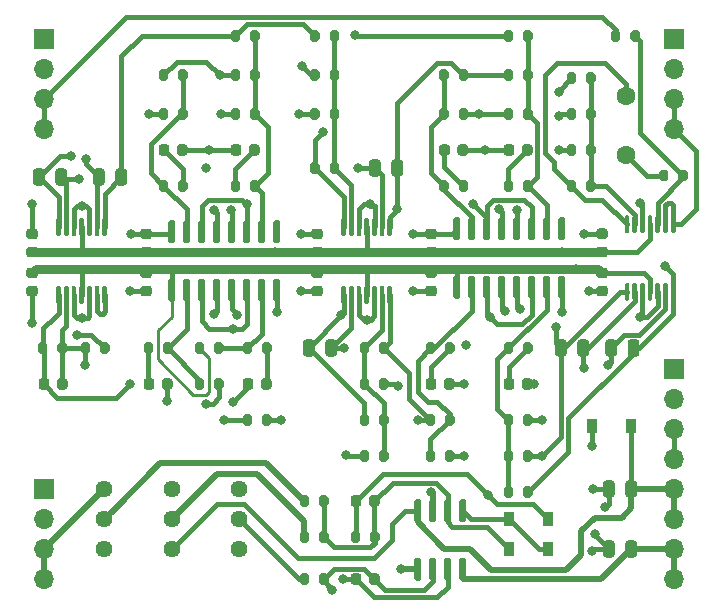
<source format=gtl>
G04 #@! TF.GenerationSoftware,KiCad,Pcbnew,5.1.12-84ad8e8a86~92~ubuntu20.04.1*
G04 #@! TF.CreationDate,2021-12-08T10:45:37-05:00*
G04 #@! TF.ProjectId,2164_phasor_plug_in_board,32313634-5f70-4686-9173-6f725f706c75,0.1*
G04 #@! TF.SameCoordinates,Original*
G04 #@! TF.FileFunction,Copper,L1,Top*
G04 #@! TF.FilePolarity,Positive*
%FSLAX46Y46*%
G04 Gerber Fmt 4.6, Leading zero omitted, Abs format (unit mm)*
G04 Created by KiCad (PCBNEW 5.1.12-84ad8e8a86~92~ubuntu20.04.1) date 2021-12-08 10:45:37*
%MOMM*%
%LPD*%
G01*
G04 APERTURE LIST*
G04 #@! TA.AperFunction,SMDPad,CuDef*
%ADD10R,0.900000X1.200000*%
G04 #@! TD*
G04 #@! TA.AperFunction,ComponentPad*
%ADD11C,1.600000*%
G04 #@! TD*
G04 #@! TA.AperFunction,ComponentPad*
%ADD12C,1.440000*%
G04 #@! TD*
G04 #@! TA.AperFunction,ComponentPad*
%ADD13O,1.700000X1.700000*%
G04 #@! TD*
G04 #@! TA.AperFunction,ComponentPad*
%ADD14R,1.700000X1.700000*%
G04 #@! TD*
G04 #@! TA.AperFunction,ViaPad*
%ADD15C,0.800000*%
G04 #@! TD*
G04 #@! TA.AperFunction,Conductor*
%ADD16C,0.750000*%
G04 #@! TD*
G04 #@! TA.AperFunction,Conductor*
%ADD17C,0.400000*%
G04 #@! TD*
G04 #@! TA.AperFunction,Conductor*
%ADD18C,0.500000*%
G04 #@! TD*
G04 #@! TA.AperFunction,Conductor*
%ADD19C,1.000000*%
G04 #@! TD*
G04 #@! TA.AperFunction,Conductor*
%ADD20C,0.290000*%
G04 #@! TD*
G04 APERTURE END LIST*
D10*
X133350000Y-109220000D03*
X136650000Y-109220000D03*
X133350000Y-111760000D03*
X136650000Y-111760000D03*
D11*
X143256000Y-78406000D03*
X143256000Y-73406000D03*
G04 #@! TA.AperFunction,SMDPad,CuDef*
G36*
G01*
X137645000Y-88622000D02*
X137945000Y-88622000D01*
G75*
G02*
X138095000Y-88772000I0J-150000D01*
G01*
X138095000Y-90422000D01*
G75*
G02*
X137945000Y-90572000I-150000J0D01*
G01*
X137645000Y-90572000D01*
G75*
G02*
X137495000Y-90422000I0J150000D01*
G01*
X137495000Y-88772000D01*
G75*
G02*
X137645000Y-88622000I150000J0D01*
G01*
G37*
G04 #@! TD.AperFunction*
G04 #@! TA.AperFunction,SMDPad,CuDef*
G36*
G01*
X136375000Y-88622000D02*
X136675000Y-88622000D01*
G75*
G02*
X136825000Y-88772000I0J-150000D01*
G01*
X136825000Y-90422000D01*
G75*
G02*
X136675000Y-90572000I-150000J0D01*
G01*
X136375000Y-90572000D01*
G75*
G02*
X136225000Y-90422000I0J150000D01*
G01*
X136225000Y-88772000D01*
G75*
G02*
X136375000Y-88622000I150000J0D01*
G01*
G37*
G04 #@! TD.AperFunction*
G04 #@! TA.AperFunction,SMDPad,CuDef*
G36*
G01*
X135105000Y-88622000D02*
X135405000Y-88622000D01*
G75*
G02*
X135555000Y-88772000I0J-150000D01*
G01*
X135555000Y-90422000D01*
G75*
G02*
X135405000Y-90572000I-150000J0D01*
G01*
X135105000Y-90572000D01*
G75*
G02*
X134955000Y-90422000I0J150000D01*
G01*
X134955000Y-88772000D01*
G75*
G02*
X135105000Y-88622000I150000J0D01*
G01*
G37*
G04 #@! TD.AperFunction*
G04 #@! TA.AperFunction,SMDPad,CuDef*
G36*
G01*
X133835000Y-88622000D02*
X134135000Y-88622000D01*
G75*
G02*
X134285000Y-88772000I0J-150000D01*
G01*
X134285000Y-90422000D01*
G75*
G02*
X134135000Y-90572000I-150000J0D01*
G01*
X133835000Y-90572000D01*
G75*
G02*
X133685000Y-90422000I0J150000D01*
G01*
X133685000Y-88772000D01*
G75*
G02*
X133835000Y-88622000I150000J0D01*
G01*
G37*
G04 #@! TD.AperFunction*
G04 #@! TA.AperFunction,SMDPad,CuDef*
G36*
G01*
X132565000Y-88622000D02*
X132865000Y-88622000D01*
G75*
G02*
X133015000Y-88772000I0J-150000D01*
G01*
X133015000Y-90422000D01*
G75*
G02*
X132865000Y-90572000I-150000J0D01*
G01*
X132565000Y-90572000D01*
G75*
G02*
X132415000Y-90422000I0J150000D01*
G01*
X132415000Y-88772000D01*
G75*
G02*
X132565000Y-88622000I150000J0D01*
G01*
G37*
G04 #@! TD.AperFunction*
G04 #@! TA.AperFunction,SMDPad,CuDef*
G36*
G01*
X131295000Y-88622000D02*
X131595000Y-88622000D01*
G75*
G02*
X131745000Y-88772000I0J-150000D01*
G01*
X131745000Y-90422000D01*
G75*
G02*
X131595000Y-90572000I-150000J0D01*
G01*
X131295000Y-90572000D01*
G75*
G02*
X131145000Y-90422000I0J150000D01*
G01*
X131145000Y-88772000D01*
G75*
G02*
X131295000Y-88622000I150000J0D01*
G01*
G37*
G04 #@! TD.AperFunction*
G04 #@! TA.AperFunction,SMDPad,CuDef*
G36*
G01*
X130025000Y-88622000D02*
X130325000Y-88622000D01*
G75*
G02*
X130475000Y-88772000I0J-150000D01*
G01*
X130475000Y-90422000D01*
G75*
G02*
X130325000Y-90572000I-150000J0D01*
G01*
X130025000Y-90572000D01*
G75*
G02*
X129875000Y-90422000I0J150000D01*
G01*
X129875000Y-88772000D01*
G75*
G02*
X130025000Y-88622000I150000J0D01*
G01*
G37*
G04 #@! TD.AperFunction*
G04 #@! TA.AperFunction,SMDPad,CuDef*
G36*
G01*
X128755000Y-88622000D02*
X129055000Y-88622000D01*
G75*
G02*
X129205000Y-88772000I0J-150000D01*
G01*
X129205000Y-90422000D01*
G75*
G02*
X129055000Y-90572000I-150000J0D01*
G01*
X128755000Y-90572000D01*
G75*
G02*
X128605000Y-90422000I0J150000D01*
G01*
X128605000Y-88772000D01*
G75*
G02*
X128755000Y-88622000I150000J0D01*
G01*
G37*
G04 #@! TD.AperFunction*
G04 #@! TA.AperFunction,SMDPad,CuDef*
G36*
G01*
X128755000Y-83672000D02*
X129055000Y-83672000D01*
G75*
G02*
X129205000Y-83822000I0J-150000D01*
G01*
X129205000Y-85472000D01*
G75*
G02*
X129055000Y-85622000I-150000J0D01*
G01*
X128755000Y-85622000D01*
G75*
G02*
X128605000Y-85472000I0J150000D01*
G01*
X128605000Y-83822000D01*
G75*
G02*
X128755000Y-83672000I150000J0D01*
G01*
G37*
G04 #@! TD.AperFunction*
G04 #@! TA.AperFunction,SMDPad,CuDef*
G36*
G01*
X130025000Y-83672000D02*
X130325000Y-83672000D01*
G75*
G02*
X130475000Y-83822000I0J-150000D01*
G01*
X130475000Y-85472000D01*
G75*
G02*
X130325000Y-85622000I-150000J0D01*
G01*
X130025000Y-85622000D01*
G75*
G02*
X129875000Y-85472000I0J150000D01*
G01*
X129875000Y-83822000D01*
G75*
G02*
X130025000Y-83672000I150000J0D01*
G01*
G37*
G04 #@! TD.AperFunction*
G04 #@! TA.AperFunction,SMDPad,CuDef*
G36*
G01*
X131295000Y-83672000D02*
X131595000Y-83672000D01*
G75*
G02*
X131745000Y-83822000I0J-150000D01*
G01*
X131745000Y-85472000D01*
G75*
G02*
X131595000Y-85622000I-150000J0D01*
G01*
X131295000Y-85622000D01*
G75*
G02*
X131145000Y-85472000I0J150000D01*
G01*
X131145000Y-83822000D01*
G75*
G02*
X131295000Y-83672000I150000J0D01*
G01*
G37*
G04 #@! TD.AperFunction*
G04 #@! TA.AperFunction,SMDPad,CuDef*
G36*
G01*
X132565000Y-83672000D02*
X132865000Y-83672000D01*
G75*
G02*
X133015000Y-83822000I0J-150000D01*
G01*
X133015000Y-85472000D01*
G75*
G02*
X132865000Y-85622000I-150000J0D01*
G01*
X132565000Y-85622000D01*
G75*
G02*
X132415000Y-85472000I0J150000D01*
G01*
X132415000Y-83822000D01*
G75*
G02*
X132565000Y-83672000I150000J0D01*
G01*
G37*
G04 #@! TD.AperFunction*
G04 #@! TA.AperFunction,SMDPad,CuDef*
G36*
G01*
X133835000Y-83672000D02*
X134135000Y-83672000D01*
G75*
G02*
X134285000Y-83822000I0J-150000D01*
G01*
X134285000Y-85472000D01*
G75*
G02*
X134135000Y-85622000I-150000J0D01*
G01*
X133835000Y-85622000D01*
G75*
G02*
X133685000Y-85472000I0J150000D01*
G01*
X133685000Y-83822000D01*
G75*
G02*
X133835000Y-83672000I150000J0D01*
G01*
G37*
G04 #@! TD.AperFunction*
G04 #@! TA.AperFunction,SMDPad,CuDef*
G36*
G01*
X135105000Y-83672000D02*
X135405000Y-83672000D01*
G75*
G02*
X135555000Y-83822000I0J-150000D01*
G01*
X135555000Y-85472000D01*
G75*
G02*
X135405000Y-85622000I-150000J0D01*
G01*
X135105000Y-85622000D01*
G75*
G02*
X134955000Y-85472000I0J150000D01*
G01*
X134955000Y-83822000D01*
G75*
G02*
X135105000Y-83672000I150000J0D01*
G01*
G37*
G04 #@! TD.AperFunction*
G04 #@! TA.AperFunction,SMDPad,CuDef*
G36*
G01*
X136375000Y-83672000D02*
X136675000Y-83672000D01*
G75*
G02*
X136825000Y-83822000I0J-150000D01*
G01*
X136825000Y-85472000D01*
G75*
G02*
X136675000Y-85622000I-150000J0D01*
G01*
X136375000Y-85622000D01*
G75*
G02*
X136225000Y-85472000I0J150000D01*
G01*
X136225000Y-83822000D01*
G75*
G02*
X136375000Y-83672000I150000J0D01*
G01*
G37*
G04 #@! TD.AperFunction*
G04 #@! TA.AperFunction,SMDPad,CuDef*
G36*
G01*
X137645000Y-83672000D02*
X137945000Y-83672000D01*
G75*
G02*
X138095000Y-83822000I0J-150000D01*
G01*
X138095000Y-85472000D01*
G75*
G02*
X137945000Y-85622000I-150000J0D01*
G01*
X137645000Y-85622000D01*
G75*
G02*
X137495000Y-85472000I0J150000D01*
G01*
X137495000Y-83822000D01*
G75*
G02*
X137645000Y-83672000I150000J0D01*
G01*
G37*
G04 #@! TD.AperFunction*
G04 #@! TA.AperFunction,SMDPad,CuDef*
G36*
G01*
X147138000Y-89247000D02*
X147338000Y-89247000D01*
G75*
G02*
X147438000Y-89347000I0J-100000D01*
G01*
X147438000Y-90622000D01*
G75*
G02*
X147338000Y-90722000I-100000J0D01*
G01*
X147138000Y-90722000D01*
G75*
G02*
X147038000Y-90622000I0J100000D01*
G01*
X147038000Y-89347000D01*
G75*
G02*
X147138000Y-89247000I100000J0D01*
G01*
G37*
G04 #@! TD.AperFunction*
G04 #@! TA.AperFunction,SMDPad,CuDef*
G36*
G01*
X146488000Y-89247000D02*
X146688000Y-89247000D01*
G75*
G02*
X146788000Y-89347000I0J-100000D01*
G01*
X146788000Y-90622000D01*
G75*
G02*
X146688000Y-90722000I-100000J0D01*
G01*
X146488000Y-90722000D01*
G75*
G02*
X146388000Y-90622000I0J100000D01*
G01*
X146388000Y-89347000D01*
G75*
G02*
X146488000Y-89247000I100000J0D01*
G01*
G37*
G04 #@! TD.AperFunction*
G04 #@! TA.AperFunction,SMDPad,CuDef*
G36*
G01*
X145838000Y-89247000D02*
X146038000Y-89247000D01*
G75*
G02*
X146138000Y-89347000I0J-100000D01*
G01*
X146138000Y-90622000D01*
G75*
G02*
X146038000Y-90722000I-100000J0D01*
G01*
X145838000Y-90722000D01*
G75*
G02*
X145738000Y-90622000I0J100000D01*
G01*
X145738000Y-89347000D01*
G75*
G02*
X145838000Y-89247000I100000J0D01*
G01*
G37*
G04 #@! TD.AperFunction*
G04 #@! TA.AperFunction,SMDPad,CuDef*
G36*
G01*
X145188000Y-89247000D02*
X145388000Y-89247000D01*
G75*
G02*
X145488000Y-89347000I0J-100000D01*
G01*
X145488000Y-90622000D01*
G75*
G02*
X145388000Y-90722000I-100000J0D01*
G01*
X145188000Y-90722000D01*
G75*
G02*
X145088000Y-90622000I0J100000D01*
G01*
X145088000Y-89347000D01*
G75*
G02*
X145188000Y-89247000I100000J0D01*
G01*
G37*
G04 #@! TD.AperFunction*
G04 #@! TA.AperFunction,SMDPad,CuDef*
G36*
G01*
X144538000Y-89247000D02*
X144738000Y-89247000D01*
G75*
G02*
X144838000Y-89347000I0J-100000D01*
G01*
X144838000Y-90622000D01*
G75*
G02*
X144738000Y-90722000I-100000J0D01*
G01*
X144538000Y-90722000D01*
G75*
G02*
X144438000Y-90622000I0J100000D01*
G01*
X144438000Y-89347000D01*
G75*
G02*
X144538000Y-89247000I100000J0D01*
G01*
G37*
G04 #@! TD.AperFunction*
G04 #@! TA.AperFunction,SMDPad,CuDef*
G36*
G01*
X143888000Y-89247000D02*
X144088000Y-89247000D01*
G75*
G02*
X144188000Y-89347000I0J-100000D01*
G01*
X144188000Y-90622000D01*
G75*
G02*
X144088000Y-90722000I-100000J0D01*
G01*
X143888000Y-90722000D01*
G75*
G02*
X143788000Y-90622000I0J100000D01*
G01*
X143788000Y-89347000D01*
G75*
G02*
X143888000Y-89247000I100000J0D01*
G01*
G37*
G04 #@! TD.AperFunction*
G04 #@! TA.AperFunction,SMDPad,CuDef*
G36*
G01*
X143238000Y-89247000D02*
X143438000Y-89247000D01*
G75*
G02*
X143538000Y-89347000I0J-100000D01*
G01*
X143538000Y-90622000D01*
G75*
G02*
X143438000Y-90722000I-100000J0D01*
G01*
X143238000Y-90722000D01*
G75*
G02*
X143138000Y-90622000I0J100000D01*
G01*
X143138000Y-89347000D01*
G75*
G02*
X143238000Y-89247000I100000J0D01*
G01*
G37*
G04 #@! TD.AperFunction*
G04 #@! TA.AperFunction,SMDPad,CuDef*
G36*
G01*
X143238000Y-83522000D02*
X143438000Y-83522000D01*
G75*
G02*
X143538000Y-83622000I0J-100000D01*
G01*
X143538000Y-84897000D01*
G75*
G02*
X143438000Y-84997000I-100000J0D01*
G01*
X143238000Y-84997000D01*
G75*
G02*
X143138000Y-84897000I0J100000D01*
G01*
X143138000Y-83622000D01*
G75*
G02*
X143238000Y-83522000I100000J0D01*
G01*
G37*
G04 #@! TD.AperFunction*
G04 #@! TA.AperFunction,SMDPad,CuDef*
G36*
G01*
X143888000Y-83522000D02*
X144088000Y-83522000D01*
G75*
G02*
X144188000Y-83622000I0J-100000D01*
G01*
X144188000Y-84897000D01*
G75*
G02*
X144088000Y-84997000I-100000J0D01*
G01*
X143888000Y-84997000D01*
G75*
G02*
X143788000Y-84897000I0J100000D01*
G01*
X143788000Y-83622000D01*
G75*
G02*
X143888000Y-83522000I100000J0D01*
G01*
G37*
G04 #@! TD.AperFunction*
G04 #@! TA.AperFunction,SMDPad,CuDef*
G36*
G01*
X144538000Y-83522000D02*
X144738000Y-83522000D01*
G75*
G02*
X144838000Y-83622000I0J-100000D01*
G01*
X144838000Y-84897000D01*
G75*
G02*
X144738000Y-84997000I-100000J0D01*
G01*
X144538000Y-84997000D01*
G75*
G02*
X144438000Y-84897000I0J100000D01*
G01*
X144438000Y-83622000D01*
G75*
G02*
X144538000Y-83522000I100000J0D01*
G01*
G37*
G04 #@! TD.AperFunction*
G04 #@! TA.AperFunction,SMDPad,CuDef*
G36*
G01*
X145188000Y-83522000D02*
X145388000Y-83522000D01*
G75*
G02*
X145488000Y-83622000I0J-100000D01*
G01*
X145488000Y-84897000D01*
G75*
G02*
X145388000Y-84997000I-100000J0D01*
G01*
X145188000Y-84997000D01*
G75*
G02*
X145088000Y-84897000I0J100000D01*
G01*
X145088000Y-83622000D01*
G75*
G02*
X145188000Y-83522000I100000J0D01*
G01*
G37*
G04 #@! TD.AperFunction*
G04 #@! TA.AperFunction,SMDPad,CuDef*
G36*
G01*
X145838000Y-83522000D02*
X146038000Y-83522000D01*
G75*
G02*
X146138000Y-83622000I0J-100000D01*
G01*
X146138000Y-84897000D01*
G75*
G02*
X146038000Y-84997000I-100000J0D01*
G01*
X145838000Y-84997000D01*
G75*
G02*
X145738000Y-84897000I0J100000D01*
G01*
X145738000Y-83622000D01*
G75*
G02*
X145838000Y-83522000I100000J0D01*
G01*
G37*
G04 #@! TD.AperFunction*
G04 #@! TA.AperFunction,SMDPad,CuDef*
G36*
G01*
X146488000Y-83522000D02*
X146688000Y-83522000D01*
G75*
G02*
X146788000Y-83622000I0J-100000D01*
G01*
X146788000Y-84897000D01*
G75*
G02*
X146688000Y-84997000I-100000J0D01*
G01*
X146488000Y-84997000D01*
G75*
G02*
X146388000Y-84897000I0J100000D01*
G01*
X146388000Y-83622000D01*
G75*
G02*
X146488000Y-83522000I100000J0D01*
G01*
G37*
G04 #@! TD.AperFunction*
G04 #@! TA.AperFunction,SMDPad,CuDef*
G36*
G01*
X147138000Y-83522000D02*
X147338000Y-83522000D01*
G75*
G02*
X147438000Y-83622000I0J-100000D01*
G01*
X147438000Y-84897000D01*
G75*
G02*
X147338000Y-84997000I-100000J0D01*
G01*
X147138000Y-84997000D01*
G75*
G02*
X147038000Y-84897000I0J100000D01*
G01*
X147038000Y-83622000D01*
G75*
G02*
X147138000Y-83522000I100000J0D01*
G01*
G37*
G04 #@! TD.AperFunction*
G04 #@! TA.AperFunction,SMDPad,CuDef*
G36*
G01*
X123135000Y-89501000D02*
X123335000Y-89501000D01*
G75*
G02*
X123435000Y-89601000I0J-100000D01*
G01*
X123435000Y-90876000D01*
G75*
G02*
X123335000Y-90976000I-100000J0D01*
G01*
X123135000Y-90976000D01*
G75*
G02*
X123035000Y-90876000I0J100000D01*
G01*
X123035000Y-89601000D01*
G75*
G02*
X123135000Y-89501000I100000J0D01*
G01*
G37*
G04 #@! TD.AperFunction*
G04 #@! TA.AperFunction,SMDPad,CuDef*
G36*
G01*
X122485000Y-89501000D02*
X122685000Y-89501000D01*
G75*
G02*
X122785000Y-89601000I0J-100000D01*
G01*
X122785000Y-90876000D01*
G75*
G02*
X122685000Y-90976000I-100000J0D01*
G01*
X122485000Y-90976000D01*
G75*
G02*
X122385000Y-90876000I0J100000D01*
G01*
X122385000Y-89601000D01*
G75*
G02*
X122485000Y-89501000I100000J0D01*
G01*
G37*
G04 #@! TD.AperFunction*
G04 #@! TA.AperFunction,SMDPad,CuDef*
G36*
G01*
X121835000Y-89501000D02*
X122035000Y-89501000D01*
G75*
G02*
X122135000Y-89601000I0J-100000D01*
G01*
X122135000Y-90876000D01*
G75*
G02*
X122035000Y-90976000I-100000J0D01*
G01*
X121835000Y-90976000D01*
G75*
G02*
X121735000Y-90876000I0J100000D01*
G01*
X121735000Y-89601000D01*
G75*
G02*
X121835000Y-89501000I100000J0D01*
G01*
G37*
G04 #@! TD.AperFunction*
G04 #@! TA.AperFunction,SMDPad,CuDef*
G36*
G01*
X121185000Y-89501000D02*
X121385000Y-89501000D01*
G75*
G02*
X121485000Y-89601000I0J-100000D01*
G01*
X121485000Y-90876000D01*
G75*
G02*
X121385000Y-90976000I-100000J0D01*
G01*
X121185000Y-90976000D01*
G75*
G02*
X121085000Y-90876000I0J100000D01*
G01*
X121085000Y-89601000D01*
G75*
G02*
X121185000Y-89501000I100000J0D01*
G01*
G37*
G04 #@! TD.AperFunction*
G04 #@! TA.AperFunction,SMDPad,CuDef*
G36*
G01*
X120535000Y-89501000D02*
X120735000Y-89501000D01*
G75*
G02*
X120835000Y-89601000I0J-100000D01*
G01*
X120835000Y-90876000D01*
G75*
G02*
X120735000Y-90976000I-100000J0D01*
G01*
X120535000Y-90976000D01*
G75*
G02*
X120435000Y-90876000I0J100000D01*
G01*
X120435000Y-89601000D01*
G75*
G02*
X120535000Y-89501000I100000J0D01*
G01*
G37*
G04 #@! TD.AperFunction*
G04 #@! TA.AperFunction,SMDPad,CuDef*
G36*
G01*
X119885000Y-89501000D02*
X120085000Y-89501000D01*
G75*
G02*
X120185000Y-89601000I0J-100000D01*
G01*
X120185000Y-90876000D01*
G75*
G02*
X120085000Y-90976000I-100000J0D01*
G01*
X119885000Y-90976000D01*
G75*
G02*
X119785000Y-90876000I0J100000D01*
G01*
X119785000Y-89601000D01*
G75*
G02*
X119885000Y-89501000I100000J0D01*
G01*
G37*
G04 #@! TD.AperFunction*
G04 #@! TA.AperFunction,SMDPad,CuDef*
G36*
G01*
X119235000Y-89501000D02*
X119435000Y-89501000D01*
G75*
G02*
X119535000Y-89601000I0J-100000D01*
G01*
X119535000Y-90876000D01*
G75*
G02*
X119435000Y-90976000I-100000J0D01*
G01*
X119235000Y-90976000D01*
G75*
G02*
X119135000Y-90876000I0J100000D01*
G01*
X119135000Y-89601000D01*
G75*
G02*
X119235000Y-89501000I100000J0D01*
G01*
G37*
G04 #@! TD.AperFunction*
G04 #@! TA.AperFunction,SMDPad,CuDef*
G36*
G01*
X119235000Y-83776000D02*
X119435000Y-83776000D01*
G75*
G02*
X119535000Y-83876000I0J-100000D01*
G01*
X119535000Y-85151000D01*
G75*
G02*
X119435000Y-85251000I-100000J0D01*
G01*
X119235000Y-85251000D01*
G75*
G02*
X119135000Y-85151000I0J100000D01*
G01*
X119135000Y-83876000D01*
G75*
G02*
X119235000Y-83776000I100000J0D01*
G01*
G37*
G04 #@! TD.AperFunction*
G04 #@! TA.AperFunction,SMDPad,CuDef*
G36*
G01*
X119885000Y-83776000D02*
X120085000Y-83776000D01*
G75*
G02*
X120185000Y-83876000I0J-100000D01*
G01*
X120185000Y-85151000D01*
G75*
G02*
X120085000Y-85251000I-100000J0D01*
G01*
X119885000Y-85251000D01*
G75*
G02*
X119785000Y-85151000I0J100000D01*
G01*
X119785000Y-83876000D01*
G75*
G02*
X119885000Y-83776000I100000J0D01*
G01*
G37*
G04 #@! TD.AperFunction*
G04 #@! TA.AperFunction,SMDPad,CuDef*
G36*
G01*
X120535000Y-83776000D02*
X120735000Y-83776000D01*
G75*
G02*
X120835000Y-83876000I0J-100000D01*
G01*
X120835000Y-85151000D01*
G75*
G02*
X120735000Y-85251000I-100000J0D01*
G01*
X120535000Y-85251000D01*
G75*
G02*
X120435000Y-85151000I0J100000D01*
G01*
X120435000Y-83876000D01*
G75*
G02*
X120535000Y-83776000I100000J0D01*
G01*
G37*
G04 #@! TD.AperFunction*
G04 #@! TA.AperFunction,SMDPad,CuDef*
G36*
G01*
X121185000Y-83776000D02*
X121385000Y-83776000D01*
G75*
G02*
X121485000Y-83876000I0J-100000D01*
G01*
X121485000Y-85151000D01*
G75*
G02*
X121385000Y-85251000I-100000J0D01*
G01*
X121185000Y-85251000D01*
G75*
G02*
X121085000Y-85151000I0J100000D01*
G01*
X121085000Y-83876000D01*
G75*
G02*
X121185000Y-83776000I100000J0D01*
G01*
G37*
G04 #@! TD.AperFunction*
G04 #@! TA.AperFunction,SMDPad,CuDef*
G36*
G01*
X121835000Y-83776000D02*
X122035000Y-83776000D01*
G75*
G02*
X122135000Y-83876000I0J-100000D01*
G01*
X122135000Y-85151000D01*
G75*
G02*
X122035000Y-85251000I-100000J0D01*
G01*
X121835000Y-85251000D01*
G75*
G02*
X121735000Y-85151000I0J100000D01*
G01*
X121735000Y-83876000D01*
G75*
G02*
X121835000Y-83776000I100000J0D01*
G01*
G37*
G04 #@! TD.AperFunction*
G04 #@! TA.AperFunction,SMDPad,CuDef*
G36*
G01*
X122485000Y-83776000D02*
X122685000Y-83776000D01*
G75*
G02*
X122785000Y-83876000I0J-100000D01*
G01*
X122785000Y-85151000D01*
G75*
G02*
X122685000Y-85251000I-100000J0D01*
G01*
X122485000Y-85251000D01*
G75*
G02*
X122385000Y-85151000I0J100000D01*
G01*
X122385000Y-83876000D01*
G75*
G02*
X122485000Y-83776000I100000J0D01*
G01*
G37*
G04 #@! TD.AperFunction*
G04 #@! TA.AperFunction,SMDPad,CuDef*
G36*
G01*
X123135000Y-83776000D02*
X123335000Y-83776000D01*
G75*
G02*
X123435000Y-83876000I0J-100000D01*
G01*
X123435000Y-85151000D01*
G75*
G02*
X123335000Y-85251000I-100000J0D01*
G01*
X123135000Y-85251000D01*
G75*
G02*
X123035000Y-85151000I0J100000D01*
G01*
X123035000Y-83876000D01*
G75*
G02*
X123135000Y-83776000I100000J0D01*
G01*
G37*
G04 #@! TD.AperFunction*
G04 #@! TA.AperFunction,SMDPad,CuDef*
G36*
G01*
X99005000Y-89501000D02*
X99205000Y-89501000D01*
G75*
G02*
X99305000Y-89601000I0J-100000D01*
G01*
X99305000Y-90876000D01*
G75*
G02*
X99205000Y-90976000I-100000J0D01*
G01*
X99005000Y-90976000D01*
G75*
G02*
X98905000Y-90876000I0J100000D01*
G01*
X98905000Y-89601000D01*
G75*
G02*
X99005000Y-89501000I100000J0D01*
G01*
G37*
G04 #@! TD.AperFunction*
G04 #@! TA.AperFunction,SMDPad,CuDef*
G36*
G01*
X98355000Y-89501000D02*
X98555000Y-89501000D01*
G75*
G02*
X98655000Y-89601000I0J-100000D01*
G01*
X98655000Y-90876000D01*
G75*
G02*
X98555000Y-90976000I-100000J0D01*
G01*
X98355000Y-90976000D01*
G75*
G02*
X98255000Y-90876000I0J100000D01*
G01*
X98255000Y-89601000D01*
G75*
G02*
X98355000Y-89501000I100000J0D01*
G01*
G37*
G04 #@! TD.AperFunction*
G04 #@! TA.AperFunction,SMDPad,CuDef*
G36*
G01*
X97705000Y-89501000D02*
X97905000Y-89501000D01*
G75*
G02*
X98005000Y-89601000I0J-100000D01*
G01*
X98005000Y-90876000D01*
G75*
G02*
X97905000Y-90976000I-100000J0D01*
G01*
X97705000Y-90976000D01*
G75*
G02*
X97605000Y-90876000I0J100000D01*
G01*
X97605000Y-89601000D01*
G75*
G02*
X97705000Y-89501000I100000J0D01*
G01*
G37*
G04 #@! TD.AperFunction*
G04 #@! TA.AperFunction,SMDPad,CuDef*
G36*
G01*
X97055000Y-89501000D02*
X97255000Y-89501000D01*
G75*
G02*
X97355000Y-89601000I0J-100000D01*
G01*
X97355000Y-90876000D01*
G75*
G02*
X97255000Y-90976000I-100000J0D01*
G01*
X97055000Y-90976000D01*
G75*
G02*
X96955000Y-90876000I0J100000D01*
G01*
X96955000Y-89601000D01*
G75*
G02*
X97055000Y-89501000I100000J0D01*
G01*
G37*
G04 #@! TD.AperFunction*
G04 #@! TA.AperFunction,SMDPad,CuDef*
G36*
G01*
X96405000Y-89501000D02*
X96605000Y-89501000D01*
G75*
G02*
X96705000Y-89601000I0J-100000D01*
G01*
X96705000Y-90876000D01*
G75*
G02*
X96605000Y-90976000I-100000J0D01*
G01*
X96405000Y-90976000D01*
G75*
G02*
X96305000Y-90876000I0J100000D01*
G01*
X96305000Y-89601000D01*
G75*
G02*
X96405000Y-89501000I100000J0D01*
G01*
G37*
G04 #@! TD.AperFunction*
G04 #@! TA.AperFunction,SMDPad,CuDef*
G36*
G01*
X95755000Y-89501000D02*
X95955000Y-89501000D01*
G75*
G02*
X96055000Y-89601000I0J-100000D01*
G01*
X96055000Y-90876000D01*
G75*
G02*
X95955000Y-90976000I-100000J0D01*
G01*
X95755000Y-90976000D01*
G75*
G02*
X95655000Y-90876000I0J100000D01*
G01*
X95655000Y-89601000D01*
G75*
G02*
X95755000Y-89501000I100000J0D01*
G01*
G37*
G04 #@! TD.AperFunction*
G04 #@! TA.AperFunction,SMDPad,CuDef*
G36*
G01*
X95105000Y-89501000D02*
X95305000Y-89501000D01*
G75*
G02*
X95405000Y-89601000I0J-100000D01*
G01*
X95405000Y-90876000D01*
G75*
G02*
X95305000Y-90976000I-100000J0D01*
G01*
X95105000Y-90976000D01*
G75*
G02*
X95005000Y-90876000I0J100000D01*
G01*
X95005000Y-89601000D01*
G75*
G02*
X95105000Y-89501000I100000J0D01*
G01*
G37*
G04 #@! TD.AperFunction*
G04 #@! TA.AperFunction,SMDPad,CuDef*
G36*
G01*
X95105000Y-83776000D02*
X95305000Y-83776000D01*
G75*
G02*
X95405000Y-83876000I0J-100000D01*
G01*
X95405000Y-85151000D01*
G75*
G02*
X95305000Y-85251000I-100000J0D01*
G01*
X95105000Y-85251000D01*
G75*
G02*
X95005000Y-85151000I0J100000D01*
G01*
X95005000Y-83876000D01*
G75*
G02*
X95105000Y-83776000I100000J0D01*
G01*
G37*
G04 #@! TD.AperFunction*
G04 #@! TA.AperFunction,SMDPad,CuDef*
G36*
G01*
X95755000Y-83776000D02*
X95955000Y-83776000D01*
G75*
G02*
X96055000Y-83876000I0J-100000D01*
G01*
X96055000Y-85151000D01*
G75*
G02*
X95955000Y-85251000I-100000J0D01*
G01*
X95755000Y-85251000D01*
G75*
G02*
X95655000Y-85151000I0J100000D01*
G01*
X95655000Y-83876000D01*
G75*
G02*
X95755000Y-83776000I100000J0D01*
G01*
G37*
G04 #@! TD.AperFunction*
G04 #@! TA.AperFunction,SMDPad,CuDef*
G36*
G01*
X96405000Y-83776000D02*
X96605000Y-83776000D01*
G75*
G02*
X96705000Y-83876000I0J-100000D01*
G01*
X96705000Y-85151000D01*
G75*
G02*
X96605000Y-85251000I-100000J0D01*
G01*
X96405000Y-85251000D01*
G75*
G02*
X96305000Y-85151000I0J100000D01*
G01*
X96305000Y-83876000D01*
G75*
G02*
X96405000Y-83776000I100000J0D01*
G01*
G37*
G04 #@! TD.AperFunction*
G04 #@! TA.AperFunction,SMDPad,CuDef*
G36*
G01*
X97055000Y-83776000D02*
X97255000Y-83776000D01*
G75*
G02*
X97355000Y-83876000I0J-100000D01*
G01*
X97355000Y-85151000D01*
G75*
G02*
X97255000Y-85251000I-100000J0D01*
G01*
X97055000Y-85251000D01*
G75*
G02*
X96955000Y-85151000I0J100000D01*
G01*
X96955000Y-83876000D01*
G75*
G02*
X97055000Y-83776000I100000J0D01*
G01*
G37*
G04 #@! TD.AperFunction*
G04 #@! TA.AperFunction,SMDPad,CuDef*
G36*
G01*
X97705000Y-83776000D02*
X97905000Y-83776000D01*
G75*
G02*
X98005000Y-83876000I0J-100000D01*
G01*
X98005000Y-85151000D01*
G75*
G02*
X97905000Y-85251000I-100000J0D01*
G01*
X97705000Y-85251000D01*
G75*
G02*
X97605000Y-85151000I0J100000D01*
G01*
X97605000Y-83876000D01*
G75*
G02*
X97705000Y-83776000I100000J0D01*
G01*
G37*
G04 #@! TD.AperFunction*
G04 #@! TA.AperFunction,SMDPad,CuDef*
G36*
G01*
X98355000Y-83776000D02*
X98555000Y-83776000D01*
G75*
G02*
X98655000Y-83876000I0J-100000D01*
G01*
X98655000Y-85151000D01*
G75*
G02*
X98555000Y-85251000I-100000J0D01*
G01*
X98355000Y-85251000D01*
G75*
G02*
X98255000Y-85151000I0J100000D01*
G01*
X98255000Y-83876000D01*
G75*
G02*
X98355000Y-83776000I100000J0D01*
G01*
G37*
G04 #@! TD.AperFunction*
G04 #@! TA.AperFunction,SMDPad,CuDef*
G36*
G01*
X99005000Y-83776000D02*
X99205000Y-83776000D01*
G75*
G02*
X99305000Y-83876000I0J-100000D01*
G01*
X99305000Y-85151000D01*
G75*
G02*
X99205000Y-85251000I-100000J0D01*
G01*
X99005000Y-85251000D01*
G75*
G02*
X98905000Y-85151000I0J100000D01*
G01*
X98905000Y-83876000D01*
G75*
G02*
X99005000Y-83776000I100000J0D01*
G01*
G37*
G04 #@! TD.AperFunction*
G04 #@! TA.AperFunction,SMDPad,CuDef*
G36*
G01*
X121583000Y-111019000D02*
X121583000Y-110469000D01*
G75*
G02*
X121783000Y-110269000I200000J0D01*
G01*
X122183000Y-110269000D01*
G75*
G02*
X122383000Y-110469000I0J-200000D01*
G01*
X122383000Y-111019000D01*
G75*
G02*
X122183000Y-111219000I-200000J0D01*
G01*
X121783000Y-111219000D01*
G75*
G02*
X121583000Y-111019000I0J200000D01*
G01*
G37*
G04 #@! TD.AperFunction*
G04 #@! TA.AperFunction,SMDPad,CuDef*
G36*
G01*
X119933000Y-111019000D02*
X119933000Y-110469000D01*
G75*
G02*
X120133000Y-110269000I200000J0D01*
G01*
X120533000Y-110269000D01*
G75*
G02*
X120733000Y-110469000I0J-200000D01*
G01*
X120733000Y-111019000D01*
G75*
G02*
X120533000Y-111219000I-200000J0D01*
G01*
X120133000Y-111219000D01*
G75*
G02*
X119933000Y-111019000I0J200000D01*
G01*
G37*
G04 #@! TD.AperFunction*
G04 #@! TA.AperFunction,SMDPad,CuDef*
G36*
G01*
X116415000Y-110469000D02*
X116415000Y-111019000D01*
G75*
G02*
X116215000Y-111219000I-200000J0D01*
G01*
X115815000Y-111219000D01*
G75*
G02*
X115615000Y-111019000I0J200000D01*
G01*
X115615000Y-110469000D01*
G75*
G02*
X115815000Y-110269000I200000J0D01*
G01*
X116215000Y-110269000D01*
G75*
G02*
X116415000Y-110469000I0J-200000D01*
G01*
G37*
G04 #@! TD.AperFunction*
G04 #@! TA.AperFunction,SMDPad,CuDef*
G36*
G01*
X118065000Y-110469000D02*
X118065000Y-111019000D01*
G75*
G02*
X117865000Y-111219000I-200000J0D01*
G01*
X117465000Y-111219000D01*
G75*
G02*
X117265000Y-111019000I0J200000D01*
G01*
X117265000Y-110469000D01*
G75*
G02*
X117465000Y-110269000I200000J0D01*
G01*
X117865000Y-110269000D01*
G75*
G02*
X118065000Y-110469000I0J-200000D01*
G01*
G37*
G04 #@! TD.AperFunction*
G04 #@! TA.AperFunction,SMDPad,CuDef*
G36*
G01*
X116415000Y-107421000D02*
X116415000Y-107971000D01*
G75*
G02*
X116215000Y-108171000I-200000J0D01*
G01*
X115815000Y-108171000D01*
G75*
G02*
X115615000Y-107971000I0J200000D01*
G01*
X115615000Y-107421000D01*
G75*
G02*
X115815000Y-107221000I200000J0D01*
G01*
X116215000Y-107221000D01*
G75*
G02*
X116415000Y-107421000I0J-200000D01*
G01*
G37*
G04 #@! TD.AperFunction*
G04 #@! TA.AperFunction,SMDPad,CuDef*
G36*
G01*
X118065000Y-107421000D02*
X118065000Y-107971000D01*
G75*
G02*
X117865000Y-108171000I-200000J0D01*
G01*
X117465000Y-108171000D01*
G75*
G02*
X117265000Y-107971000I0J200000D01*
G01*
X117265000Y-107421000D01*
G75*
G02*
X117465000Y-107221000I200000J0D01*
G01*
X117865000Y-107221000D01*
G75*
G02*
X118065000Y-107421000I0J-200000D01*
G01*
G37*
G04 #@! TD.AperFunction*
G04 #@! TA.AperFunction,SMDPad,CuDef*
G36*
G01*
X116415000Y-114025000D02*
X116415000Y-114575000D01*
G75*
G02*
X116215000Y-114775000I-200000J0D01*
G01*
X115815000Y-114775000D01*
G75*
G02*
X115615000Y-114575000I0J200000D01*
G01*
X115615000Y-114025000D01*
G75*
G02*
X115815000Y-113825000I200000J0D01*
G01*
X116215000Y-113825000D01*
G75*
G02*
X116415000Y-114025000I0J-200000D01*
G01*
G37*
G04 #@! TD.AperFunction*
G04 #@! TA.AperFunction,SMDPad,CuDef*
G36*
G01*
X118065000Y-114025000D02*
X118065000Y-114575000D01*
G75*
G02*
X117865000Y-114775000I-200000J0D01*
G01*
X117465000Y-114775000D01*
G75*
G02*
X117265000Y-114575000I0J200000D01*
G01*
X117265000Y-114025000D01*
G75*
G02*
X117465000Y-113825000I200000J0D01*
G01*
X117865000Y-113825000D01*
G75*
G02*
X118065000Y-114025000I0J-200000D01*
G01*
G37*
G04 #@! TD.AperFunction*
G04 #@! TA.AperFunction,SMDPad,CuDef*
G36*
G01*
X108375000Y-98065000D02*
X108375000Y-97515000D01*
G75*
G02*
X108575000Y-97315000I200000J0D01*
G01*
X108975000Y-97315000D01*
G75*
G02*
X109175000Y-97515000I0J-200000D01*
G01*
X109175000Y-98065000D01*
G75*
G02*
X108975000Y-98265000I-200000J0D01*
G01*
X108575000Y-98265000D01*
G75*
G02*
X108375000Y-98065000I0J200000D01*
G01*
G37*
G04 #@! TD.AperFunction*
G04 #@! TA.AperFunction,SMDPad,CuDef*
G36*
G01*
X106725000Y-98065000D02*
X106725000Y-97515000D01*
G75*
G02*
X106925000Y-97315000I200000J0D01*
G01*
X107325000Y-97315000D01*
G75*
G02*
X107525000Y-97515000I0J-200000D01*
G01*
X107525000Y-98065000D01*
G75*
G02*
X107325000Y-98265000I-200000J0D01*
G01*
X106925000Y-98265000D01*
G75*
G02*
X106725000Y-98065000I0J200000D01*
G01*
G37*
G04 #@! TD.AperFunction*
G04 #@! TA.AperFunction,SMDPad,CuDef*
G36*
G01*
X103207000Y-94467000D02*
X103207000Y-95017000D01*
G75*
G02*
X103007000Y-95217000I-200000J0D01*
G01*
X102607000Y-95217000D01*
G75*
G02*
X102407000Y-95017000I0J200000D01*
G01*
X102407000Y-94467000D01*
G75*
G02*
X102607000Y-94267000I200000J0D01*
G01*
X103007000Y-94267000D01*
G75*
G02*
X103207000Y-94467000I0J-200000D01*
G01*
G37*
G04 #@! TD.AperFunction*
G04 #@! TA.AperFunction,SMDPad,CuDef*
G36*
G01*
X104857000Y-94467000D02*
X104857000Y-95017000D01*
G75*
G02*
X104657000Y-95217000I-200000J0D01*
G01*
X104257000Y-95217000D01*
G75*
G02*
X104057000Y-95017000I0J200000D01*
G01*
X104057000Y-94467000D01*
G75*
G02*
X104257000Y-94267000I200000J0D01*
G01*
X104657000Y-94267000D01*
G75*
G02*
X104857000Y-94467000I0J-200000D01*
G01*
G37*
G04 #@! TD.AperFunction*
G04 #@! TA.AperFunction,SMDPad,CuDef*
G36*
G01*
X112439000Y-101113000D02*
X112439000Y-100563000D01*
G75*
G02*
X112639000Y-100363000I200000J0D01*
G01*
X113039000Y-100363000D01*
G75*
G02*
X113239000Y-100563000I0J-200000D01*
G01*
X113239000Y-101113000D01*
G75*
G02*
X113039000Y-101313000I-200000J0D01*
G01*
X112639000Y-101313000D01*
G75*
G02*
X112439000Y-101113000I0J200000D01*
G01*
G37*
G04 #@! TD.AperFunction*
G04 #@! TA.AperFunction,SMDPad,CuDef*
G36*
G01*
X110789000Y-101113000D02*
X110789000Y-100563000D01*
G75*
G02*
X110989000Y-100363000I200000J0D01*
G01*
X111389000Y-100363000D01*
G75*
G02*
X111589000Y-100563000I0J-200000D01*
G01*
X111589000Y-101113000D01*
G75*
G02*
X111389000Y-101313000I-200000J0D01*
G01*
X110989000Y-101313000D01*
G75*
G02*
X110789000Y-101113000I0J200000D01*
G01*
G37*
G04 #@! TD.AperFunction*
G04 #@! TA.AperFunction,SMDPad,CuDef*
G36*
G01*
X112439000Y-95017000D02*
X112439000Y-94467000D01*
G75*
G02*
X112639000Y-94267000I200000J0D01*
G01*
X113039000Y-94267000D01*
G75*
G02*
X113239000Y-94467000I0J-200000D01*
G01*
X113239000Y-95017000D01*
G75*
G02*
X113039000Y-95217000I-200000J0D01*
G01*
X112639000Y-95217000D01*
G75*
G02*
X112439000Y-95017000I0J200000D01*
G01*
G37*
G04 #@! TD.AperFunction*
G04 #@! TA.AperFunction,SMDPad,CuDef*
G36*
G01*
X110789000Y-95017000D02*
X110789000Y-94467000D01*
G75*
G02*
X110989000Y-94267000I200000J0D01*
G01*
X111389000Y-94267000D01*
G75*
G02*
X111589000Y-94467000I0J-200000D01*
G01*
X111589000Y-95017000D01*
G75*
G02*
X111389000Y-95217000I-200000J0D01*
G01*
X110989000Y-95217000D01*
G75*
G02*
X110789000Y-95017000I0J200000D01*
G01*
G37*
G04 #@! TD.AperFunction*
G04 #@! TA.AperFunction,SMDPad,CuDef*
G36*
G01*
X108375000Y-95017000D02*
X108375000Y-94467000D01*
G75*
G02*
X108575000Y-94267000I200000J0D01*
G01*
X108975000Y-94267000D01*
G75*
G02*
X109175000Y-94467000I0J-200000D01*
G01*
X109175000Y-95017000D01*
G75*
G02*
X108975000Y-95217000I-200000J0D01*
G01*
X108575000Y-95217000D01*
G75*
G02*
X108375000Y-95017000I0J200000D01*
G01*
G37*
G04 #@! TD.AperFunction*
G04 #@! TA.AperFunction,SMDPad,CuDef*
G36*
G01*
X106725000Y-95017000D02*
X106725000Y-94467000D01*
G75*
G02*
X106925000Y-94267000I200000J0D01*
G01*
X107325000Y-94267000D01*
G75*
G02*
X107525000Y-94467000I0J-200000D01*
G01*
X107525000Y-95017000D01*
G75*
G02*
X107325000Y-95217000I-200000J0D01*
G01*
X106925000Y-95217000D01*
G75*
G02*
X106725000Y-95017000I0J200000D01*
G01*
G37*
G04 #@! TD.AperFunction*
G04 #@! TA.AperFunction,SMDPad,CuDef*
G36*
G01*
X139871000Y-81301000D02*
X139871000Y-80751000D01*
G75*
G02*
X140071000Y-80551000I200000J0D01*
G01*
X140471000Y-80551000D01*
G75*
G02*
X140671000Y-80751000I0J-200000D01*
G01*
X140671000Y-81301000D01*
G75*
G02*
X140471000Y-81501000I-200000J0D01*
G01*
X140071000Y-81501000D01*
G75*
G02*
X139871000Y-81301000I0J200000D01*
G01*
G37*
G04 #@! TD.AperFunction*
G04 #@! TA.AperFunction,SMDPad,CuDef*
G36*
G01*
X138221000Y-81301000D02*
X138221000Y-80751000D01*
G75*
G02*
X138421000Y-80551000I200000J0D01*
G01*
X138821000Y-80551000D01*
G75*
G02*
X139021000Y-80751000I0J-200000D01*
G01*
X139021000Y-81301000D01*
G75*
G02*
X138821000Y-81501000I-200000J0D01*
G01*
X138421000Y-81501000D01*
G75*
G02*
X138221000Y-81301000I0J200000D01*
G01*
G37*
G04 #@! TD.AperFunction*
G04 #@! TA.AperFunction,SMDPad,CuDef*
G36*
G01*
X121495000Y-94467000D02*
X121495000Y-95017000D01*
G75*
G02*
X121295000Y-95217000I-200000J0D01*
G01*
X120895000Y-95217000D01*
G75*
G02*
X120695000Y-95017000I0J200000D01*
G01*
X120695000Y-94467000D01*
G75*
G02*
X120895000Y-94267000I200000J0D01*
G01*
X121295000Y-94267000D01*
G75*
G02*
X121495000Y-94467000I0J-200000D01*
G01*
G37*
G04 #@! TD.AperFunction*
G04 #@! TA.AperFunction,SMDPad,CuDef*
G36*
G01*
X123145000Y-94467000D02*
X123145000Y-95017000D01*
G75*
G02*
X122945000Y-95217000I-200000J0D01*
G01*
X122545000Y-95217000D01*
G75*
G02*
X122345000Y-95017000I0J200000D01*
G01*
X122345000Y-94467000D01*
G75*
G02*
X122545000Y-94267000I200000J0D01*
G01*
X122945000Y-94267000D01*
G75*
G02*
X123145000Y-94467000I0J-200000D01*
G01*
G37*
G04 #@! TD.AperFunction*
G04 #@! TA.AperFunction,SMDPad,CuDef*
G36*
G01*
X118154000Y-79777000D02*
X118154000Y-79227000D01*
G75*
G02*
X118354000Y-79027000I200000J0D01*
G01*
X118754000Y-79027000D01*
G75*
G02*
X118954000Y-79227000I0J-200000D01*
G01*
X118954000Y-79777000D01*
G75*
G02*
X118754000Y-79977000I-200000J0D01*
G01*
X118354000Y-79977000D01*
G75*
G02*
X118154000Y-79777000I0J200000D01*
G01*
G37*
G04 #@! TD.AperFunction*
G04 #@! TA.AperFunction,SMDPad,CuDef*
G36*
G01*
X116504000Y-79777000D02*
X116504000Y-79227000D01*
G75*
G02*
X116704000Y-79027000I200000J0D01*
G01*
X117104000Y-79027000D01*
G75*
G02*
X117304000Y-79227000I0J-200000D01*
G01*
X117304000Y-79777000D01*
G75*
G02*
X117104000Y-79977000I-200000J0D01*
G01*
X116704000Y-79977000D01*
G75*
G02*
X116504000Y-79777000I0J200000D01*
G01*
G37*
G04 #@! TD.AperFunction*
G04 #@! TA.AperFunction,SMDPad,CuDef*
G36*
G01*
X139021000Y-74655000D02*
X139021000Y-75205000D01*
G75*
G02*
X138821000Y-75405000I-200000J0D01*
G01*
X138421000Y-75405000D01*
G75*
G02*
X138221000Y-75205000I0J200000D01*
G01*
X138221000Y-74655000D01*
G75*
G02*
X138421000Y-74455000I200000J0D01*
G01*
X138821000Y-74455000D01*
G75*
G02*
X139021000Y-74655000I0J-200000D01*
G01*
G37*
G04 #@! TD.AperFunction*
G04 #@! TA.AperFunction,SMDPad,CuDef*
G36*
G01*
X140671000Y-74655000D02*
X140671000Y-75205000D01*
G75*
G02*
X140471000Y-75405000I-200000J0D01*
G01*
X140071000Y-75405000D01*
G75*
G02*
X139871000Y-75205000I0J200000D01*
G01*
X139871000Y-74655000D01*
G75*
G02*
X140071000Y-74455000I200000J0D01*
G01*
X140471000Y-74455000D01*
G75*
G02*
X140671000Y-74655000I0J-200000D01*
G01*
G37*
G04 #@! TD.AperFunction*
G04 #@! TA.AperFunction,SMDPad,CuDef*
G36*
G01*
X139021000Y-71607000D02*
X139021000Y-72157000D01*
G75*
G02*
X138821000Y-72357000I-200000J0D01*
G01*
X138421000Y-72357000D01*
G75*
G02*
X138221000Y-72157000I0J200000D01*
G01*
X138221000Y-71607000D01*
G75*
G02*
X138421000Y-71407000I200000J0D01*
G01*
X138821000Y-71407000D01*
G75*
G02*
X139021000Y-71607000I0J-200000D01*
G01*
G37*
G04 #@! TD.AperFunction*
G04 #@! TA.AperFunction,SMDPad,CuDef*
G36*
G01*
X140671000Y-71607000D02*
X140671000Y-72157000D01*
G75*
G02*
X140471000Y-72357000I-200000J0D01*
G01*
X140071000Y-72357000D01*
G75*
G02*
X139871000Y-72157000I0J200000D01*
G01*
X139871000Y-71607000D01*
G75*
G02*
X140071000Y-71407000I200000J0D01*
G01*
X140471000Y-71407000D01*
G75*
G02*
X140671000Y-71607000I0J-200000D01*
G01*
G37*
G04 #@! TD.AperFunction*
G04 #@! TA.AperFunction,SMDPad,CuDef*
G36*
G01*
X139021000Y-77703000D02*
X139021000Y-78253000D01*
G75*
G02*
X138821000Y-78453000I-200000J0D01*
G01*
X138421000Y-78453000D01*
G75*
G02*
X138221000Y-78253000I0J200000D01*
G01*
X138221000Y-77703000D01*
G75*
G02*
X138421000Y-77503000I200000J0D01*
G01*
X138821000Y-77503000D01*
G75*
G02*
X139021000Y-77703000I0J-200000D01*
G01*
G37*
G04 #@! TD.AperFunction*
G04 #@! TA.AperFunction,SMDPad,CuDef*
G36*
G01*
X140671000Y-77703000D02*
X140671000Y-78253000D01*
G75*
G02*
X140471000Y-78453000I-200000J0D01*
G01*
X140071000Y-78453000D01*
G75*
G02*
X139871000Y-78253000I0J200000D01*
G01*
X139871000Y-77703000D01*
G75*
G02*
X140071000Y-77503000I200000J0D01*
G01*
X140471000Y-77503000D01*
G75*
G02*
X140671000Y-77703000I0J-200000D01*
G01*
G37*
G04 #@! TD.AperFunction*
G04 #@! TA.AperFunction,SMDPad,CuDef*
G36*
G01*
X121495000Y-103611000D02*
X121495000Y-104161000D01*
G75*
G02*
X121295000Y-104361000I-200000J0D01*
G01*
X120895000Y-104361000D01*
G75*
G02*
X120695000Y-104161000I0J200000D01*
G01*
X120695000Y-103611000D01*
G75*
G02*
X120895000Y-103411000I200000J0D01*
G01*
X121295000Y-103411000D01*
G75*
G02*
X121495000Y-103611000I0J-200000D01*
G01*
G37*
G04 #@! TD.AperFunction*
G04 #@! TA.AperFunction,SMDPad,CuDef*
G36*
G01*
X123145000Y-103611000D02*
X123145000Y-104161000D01*
G75*
G02*
X122945000Y-104361000I-200000J0D01*
G01*
X122545000Y-104361000D01*
G75*
G02*
X122345000Y-104161000I0J200000D01*
G01*
X122345000Y-103611000D01*
G75*
G02*
X122545000Y-103411000I200000J0D01*
G01*
X122945000Y-103411000D01*
G75*
G02*
X123145000Y-103611000I0J-200000D01*
G01*
G37*
G04 #@! TD.AperFunction*
G04 #@! TA.AperFunction,SMDPad,CuDef*
G36*
G01*
X121495000Y-100563000D02*
X121495000Y-101113000D01*
G75*
G02*
X121295000Y-101313000I-200000J0D01*
G01*
X120895000Y-101313000D01*
G75*
G02*
X120695000Y-101113000I0J200000D01*
G01*
X120695000Y-100563000D01*
G75*
G02*
X120895000Y-100363000I200000J0D01*
G01*
X121295000Y-100363000D01*
G75*
G02*
X121495000Y-100563000I0J-200000D01*
G01*
G37*
G04 #@! TD.AperFunction*
G04 #@! TA.AperFunction,SMDPad,CuDef*
G36*
G01*
X123145000Y-100563000D02*
X123145000Y-101113000D01*
G75*
G02*
X122945000Y-101313000I-200000J0D01*
G01*
X122545000Y-101313000D01*
G75*
G02*
X122345000Y-101113000I0J200000D01*
G01*
X122345000Y-100563000D01*
G75*
G02*
X122545000Y-100363000I200000J0D01*
G01*
X122945000Y-100363000D01*
G75*
G02*
X123145000Y-100563000I0J-200000D01*
G01*
G37*
G04 #@! TD.AperFunction*
G04 #@! TA.AperFunction,SMDPad,CuDef*
G36*
G01*
X122345000Y-98065000D02*
X122345000Y-97515000D01*
G75*
G02*
X122545000Y-97315000I200000J0D01*
G01*
X122945000Y-97315000D01*
G75*
G02*
X123145000Y-97515000I0J-200000D01*
G01*
X123145000Y-98065000D01*
G75*
G02*
X122945000Y-98265000I-200000J0D01*
G01*
X122545000Y-98265000D01*
G75*
G02*
X122345000Y-98065000I0J200000D01*
G01*
G37*
G04 #@! TD.AperFunction*
G04 #@! TA.AperFunction,SMDPad,CuDef*
G36*
G01*
X120695000Y-98065000D02*
X120695000Y-97515000D01*
G75*
G02*
X120895000Y-97315000I200000J0D01*
G01*
X121295000Y-97315000D01*
G75*
G02*
X121495000Y-97515000I0J-200000D01*
G01*
X121495000Y-98065000D01*
G75*
G02*
X121295000Y-98265000I-200000J0D01*
G01*
X120895000Y-98265000D01*
G75*
G02*
X120695000Y-98065000I0J200000D01*
G01*
G37*
G04 #@! TD.AperFunction*
G04 #@! TA.AperFunction,SMDPad,CuDef*
G36*
G01*
X117304000Y-74655000D02*
X117304000Y-75205000D01*
G75*
G02*
X117104000Y-75405000I-200000J0D01*
G01*
X116704000Y-75405000D01*
G75*
G02*
X116504000Y-75205000I0J200000D01*
G01*
X116504000Y-74655000D01*
G75*
G02*
X116704000Y-74455000I200000J0D01*
G01*
X117104000Y-74455000D01*
G75*
G02*
X117304000Y-74655000I0J-200000D01*
G01*
G37*
G04 #@! TD.AperFunction*
G04 #@! TA.AperFunction,SMDPad,CuDef*
G36*
G01*
X118954000Y-74655000D02*
X118954000Y-75205000D01*
G75*
G02*
X118754000Y-75405000I-200000J0D01*
G01*
X118354000Y-75405000D01*
G75*
G02*
X118154000Y-75205000I0J200000D01*
G01*
X118154000Y-74655000D01*
G75*
G02*
X118354000Y-74455000I200000J0D01*
G01*
X118754000Y-74455000D01*
G75*
G02*
X118954000Y-74655000I0J-200000D01*
G01*
G37*
G04 #@! TD.AperFunction*
G04 #@! TA.AperFunction,SMDPad,CuDef*
G36*
G01*
X117304000Y-68051000D02*
X117304000Y-68601000D01*
G75*
G02*
X117104000Y-68801000I-200000J0D01*
G01*
X116704000Y-68801000D01*
G75*
G02*
X116504000Y-68601000I0J200000D01*
G01*
X116504000Y-68051000D01*
G75*
G02*
X116704000Y-67851000I200000J0D01*
G01*
X117104000Y-67851000D01*
G75*
G02*
X117304000Y-68051000I0J-200000D01*
G01*
G37*
G04 #@! TD.AperFunction*
G04 #@! TA.AperFunction,SMDPad,CuDef*
G36*
G01*
X118954000Y-68051000D02*
X118954000Y-68601000D01*
G75*
G02*
X118754000Y-68801000I-200000J0D01*
G01*
X118354000Y-68801000D01*
G75*
G02*
X118154000Y-68601000I0J200000D01*
G01*
X118154000Y-68051000D01*
G75*
G02*
X118354000Y-67851000I200000J0D01*
G01*
X118754000Y-67851000D01*
G75*
G02*
X118954000Y-68051000I0J-200000D01*
G01*
G37*
G04 #@! TD.AperFunction*
G04 #@! TA.AperFunction,SMDPad,CuDef*
G36*
G01*
X117304000Y-71353000D02*
X117304000Y-71903000D01*
G75*
G02*
X117104000Y-72103000I-200000J0D01*
G01*
X116704000Y-72103000D01*
G75*
G02*
X116504000Y-71903000I0J200000D01*
G01*
X116504000Y-71353000D01*
G75*
G02*
X116704000Y-71153000I200000J0D01*
G01*
X117104000Y-71153000D01*
G75*
G02*
X117304000Y-71353000I0J-200000D01*
G01*
G37*
G04 #@! TD.AperFunction*
G04 #@! TA.AperFunction,SMDPad,CuDef*
G36*
G01*
X118954000Y-71353000D02*
X118954000Y-71903000D01*
G75*
G02*
X118754000Y-72103000I-200000J0D01*
G01*
X118354000Y-72103000D01*
G75*
G02*
X118154000Y-71903000I0J200000D01*
G01*
X118154000Y-71353000D01*
G75*
G02*
X118354000Y-71153000I200000J0D01*
G01*
X118754000Y-71153000D01*
G75*
G02*
X118954000Y-71353000I0J-200000D01*
G01*
G37*
G04 #@! TD.AperFunction*
G04 #@! TA.AperFunction,SMDPad,CuDef*
G36*
G01*
X133687000Y-106659000D02*
X133687000Y-107209000D01*
G75*
G02*
X133487000Y-107409000I-200000J0D01*
G01*
X133087000Y-107409000D01*
G75*
G02*
X132887000Y-107209000I0J200000D01*
G01*
X132887000Y-106659000D01*
G75*
G02*
X133087000Y-106459000I200000J0D01*
G01*
X133487000Y-106459000D01*
G75*
G02*
X133687000Y-106659000I0J-200000D01*
G01*
G37*
G04 #@! TD.AperFunction*
G04 #@! TA.AperFunction,SMDPad,CuDef*
G36*
G01*
X135337000Y-106659000D02*
X135337000Y-107209000D01*
G75*
G02*
X135137000Y-107409000I-200000J0D01*
G01*
X134737000Y-107409000D01*
G75*
G02*
X134537000Y-107209000I0J200000D01*
G01*
X134537000Y-106659000D01*
G75*
G02*
X134737000Y-106459000I200000J0D01*
G01*
X135137000Y-106459000D01*
G75*
G02*
X135337000Y-106659000I0J-200000D01*
G01*
G37*
G04 #@! TD.AperFunction*
G04 #@! TA.AperFunction,SMDPad,CuDef*
G36*
G01*
X134537000Y-68601000D02*
X134537000Y-68051000D01*
G75*
G02*
X134737000Y-67851000I200000J0D01*
G01*
X135137000Y-67851000D01*
G75*
G02*
X135337000Y-68051000I0J-200000D01*
G01*
X135337000Y-68601000D01*
G75*
G02*
X135137000Y-68801000I-200000J0D01*
G01*
X134737000Y-68801000D01*
G75*
G02*
X134537000Y-68601000I0J200000D01*
G01*
G37*
G04 #@! TD.AperFunction*
G04 #@! TA.AperFunction,SMDPad,CuDef*
G36*
G01*
X132887000Y-68601000D02*
X132887000Y-68051000D01*
G75*
G02*
X133087000Y-67851000I200000J0D01*
G01*
X133487000Y-67851000D01*
G75*
G02*
X133687000Y-68051000I0J-200000D01*
G01*
X133687000Y-68601000D01*
G75*
G02*
X133487000Y-68801000I-200000J0D01*
G01*
X133087000Y-68801000D01*
G75*
G02*
X132887000Y-68601000I0J200000D01*
G01*
G37*
G04 #@! TD.AperFunction*
G04 #@! TA.AperFunction,SMDPad,CuDef*
G36*
G01*
X111423000Y-68601000D02*
X111423000Y-68051000D01*
G75*
G02*
X111623000Y-67851000I200000J0D01*
G01*
X112023000Y-67851000D01*
G75*
G02*
X112223000Y-68051000I0J-200000D01*
G01*
X112223000Y-68601000D01*
G75*
G02*
X112023000Y-68801000I-200000J0D01*
G01*
X111623000Y-68801000D01*
G75*
G02*
X111423000Y-68601000I0J200000D01*
G01*
G37*
G04 #@! TD.AperFunction*
G04 #@! TA.AperFunction,SMDPad,CuDef*
G36*
G01*
X109773000Y-68601000D02*
X109773000Y-68051000D01*
G75*
G02*
X109973000Y-67851000I200000J0D01*
G01*
X110373000Y-67851000D01*
G75*
G02*
X110573000Y-68051000I0J-200000D01*
G01*
X110573000Y-68601000D01*
G75*
G02*
X110373000Y-68801000I-200000J0D01*
G01*
X109973000Y-68801000D01*
G75*
G02*
X109773000Y-68601000I0J200000D01*
G01*
G37*
G04 #@! TD.AperFunction*
G04 #@! TA.AperFunction,SMDPad,CuDef*
G36*
G01*
X134537000Y-95017000D02*
X134537000Y-94467000D01*
G75*
G02*
X134737000Y-94267000I200000J0D01*
G01*
X135137000Y-94267000D01*
G75*
G02*
X135337000Y-94467000I0J-200000D01*
G01*
X135337000Y-95017000D01*
G75*
G02*
X135137000Y-95217000I-200000J0D01*
G01*
X134737000Y-95217000D01*
G75*
G02*
X134537000Y-95017000I0J200000D01*
G01*
G37*
G04 #@! TD.AperFunction*
G04 #@! TA.AperFunction,SMDPad,CuDef*
G36*
G01*
X132887000Y-95017000D02*
X132887000Y-94467000D01*
G75*
G02*
X133087000Y-94267000I200000J0D01*
G01*
X133487000Y-94267000D01*
G75*
G02*
X133687000Y-94467000I0J-200000D01*
G01*
X133687000Y-95017000D01*
G75*
G02*
X133487000Y-95217000I-200000J0D01*
G01*
X133087000Y-95217000D01*
G75*
G02*
X132887000Y-95017000I0J200000D01*
G01*
G37*
G04 #@! TD.AperFunction*
G04 #@! TA.AperFunction,SMDPad,CuDef*
G36*
G01*
X133687000Y-80751000D02*
X133687000Y-81301000D01*
G75*
G02*
X133487000Y-81501000I-200000J0D01*
G01*
X133087000Y-81501000D01*
G75*
G02*
X132887000Y-81301000I0J200000D01*
G01*
X132887000Y-80751000D01*
G75*
G02*
X133087000Y-80551000I200000J0D01*
G01*
X133487000Y-80551000D01*
G75*
G02*
X133687000Y-80751000I0J-200000D01*
G01*
G37*
G04 #@! TD.AperFunction*
G04 #@! TA.AperFunction,SMDPad,CuDef*
G36*
G01*
X135337000Y-80751000D02*
X135337000Y-81301000D01*
G75*
G02*
X135137000Y-81501000I-200000J0D01*
G01*
X134737000Y-81501000D01*
G75*
G02*
X134537000Y-81301000I0J200000D01*
G01*
X134537000Y-80751000D01*
G75*
G02*
X134737000Y-80551000I200000J0D01*
G01*
X135137000Y-80551000D01*
G75*
G02*
X135337000Y-80751000I0J-200000D01*
G01*
G37*
G04 #@! TD.AperFunction*
G04 #@! TA.AperFunction,SMDPad,CuDef*
G36*
G01*
X110573000Y-80751000D02*
X110573000Y-81301000D01*
G75*
G02*
X110373000Y-81501000I-200000J0D01*
G01*
X109973000Y-81501000D01*
G75*
G02*
X109773000Y-81301000I0J200000D01*
G01*
X109773000Y-80751000D01*
G75*
G02*
X109973000Y-80551000I200000J0D01*
G01*
X110373000Y-80551000D01*
G75*
G02*
X110573000Y-80751000I0J-200000D01*
G01*
G37*
G04 #@! TD.AperFunction*
G04 #@! TA.AperFunction,SMDPad,CuDef*
G36*
G01*
X112223000Y-80751000D02*
X112223000Y-81301000D01*
G75*
G02*
X112023000Y-81501000I-200000J0D01*
G01*
X111623000Y-81501000D01*
G75*
G02*
X111423000Y-81301000I0J200000D01*
G01*
X111423000Y-80751000D01*
G75*
G02*
X111623000Y-80551000I200000J0D01*
G01*
X112023000Y-80551000D01*
G75*
G02*
X112223000Y-80751000I0J-200000D01*
G01*
G37*
G04 #@! TD.AperFunction*
G04 #@! TA.AperFunction,SMDPad,CuDef*
G36*
G01*
X134537000Y-101113000D02*
X134537000Y-100563000D01*
G75*
G02*
X134737000Y-100363000I200000J0D01*
G01*
X135137000Y-100363000D01*
G75*
G02*
X135337000Y-100563000I0J-200000D01*
G01*
X135337000Y-101113000D01*
G75*
G02*
X135137000Y-101313000I-200000J0D01*
G01*
X134737000Y-101313000D01*
G75*
G02*
X134537000Y-101113000I0J200000D01*
G01*
G37*
G04 #@! TD.AperFunction*
G04 #@! TA.AperFunction,SMDPad,CuDef*
G36*
G01*
X132887000Y-101113000D02*
X132887000Y-100563000D01*
G75*
G02*
X133087000Y-100363000I200000J0D01*
G01*
X133487000Y-100363000D01*
G75*
G02*
X133687000Y-100563000I0J-200000D01*
G01*
X133687000Y-101113000D01*
G75*
G02*
X133487000Y-101313000I-200000J0D01*
G01*
X133087000Y-101313000D01*
G75*
G02*
X132887000Y-101113000I0J200000D01*
G01*
G37*
G04 #@! TD.AperFunction*
G04 #@! TA.AperFunction,SMDPad,CuDef*
G36*
G01*
X133687000Y-74655000D02*
X133687000Y-75205000D01*
G75*
G02*
X133487000Y-75405000I-200000J0D01*
G01*
X133087000Y-75405000D01*
G75*
G02*
X132887000Y-75205000I0J200000D01*
G01*
X132887000Y-74655000D01*
G75*
G02*
X133087000Y-74455000I200000J0D01*
G01*
X133487000Y-74455000D01*
G75*
G02*
X133687000Y-74655000I0J-200000D01*
G01*
G37*
G04 #@! TD.AperFunction*
G04 #@! TA.AperFunction,SMDPad,CuDef*
G36*
G01*
X135337000Y-74655000D02*
X135337000Y-75205000D01*
G75*
G02*
X135137000Y-75405000I-200000J0D01*
G01*
X134737000Y-75405000D01*
G75*
G02*
X134537000Y-75205000I0J200000D01*
G01*
X134537000Y-74655000D01*
G75*
G02*
X134737000Y-74455000I200000J0D01*
G01*
X135137000Y-74455000D01*
G75*
G02*
X135337000Y-74655000I0J-200000D01*
G01*
G37*
G04 #@! TD.AperFunction*
G04 #@! TA.AperFunction,SMDPad,CuDef*
G36*
G01*
X110573000Y-74655000D02*
X110573000Y-75205000D01*
G75*
G02*
X110373000Y-75405000I-200000J0D01*
G01*
X109973000Y-75405000D01*
G75*
G02*
X109773000Y-75205000I0J200000D01*
G01*
X109773000Y-74655000D01*
G75*
G02*
X109973000Y-74455000I200000J0D01*
G01*
X110373000Y-74455000D01*
G75*
G02*
X110573000Y-74655000I0J-200000D01*
G01*
G37*
G04 #@! TD.AperFunction*
G04 #@! TA.AperFunction,SMDPad,CuDef*
G36*
G01*
X112223000Y-74655000D02*
X112223000Y-75205000D01*
G75*
G02*
X112023000Y-75405000I-200000J0D01*
G01*
X111623000Y-75405000D01*
G75*
G02*
X111423000Y-75205000I0J200000D01*
G01*
X111423000Y-74655000D01*
G75*
G02*
X111623000Y-74455000I200000J0D01*
G01*
X112023000Y-74455000D01*
G75*
G02*
X112223000Y-74655000I0J-200000D01*
G01*
G37*
G04 #@! TD.AperFunction*
G04 #@! TA.AperFunction,SMDPad,CuDef*
G36*
G01*
X134537000Y-104161000D02*
X134537000Y-103611000D01*
G75*
G02*
X134737000Y-103411000I200000J0D01*
G01*
X135137000Y-103411000D01*
G75*
G02*
X135337000Y-103611000I0J-200000D01*
G01*
X135337000Y-104161000D01*
G75*
G02*
X135137000Y-104361000I-200000J0D01*
G01*
X134737000Y-104361000D01*
G75*
G02*
X134537000Y-104161000I0J200000D01*
G01*
G37*
G04 #@! TD.AperFunction*
G04 #@! TA.AperFunction,SMDPad,CuDef*
G36*
G01*
X132887000Y-104161000D02*
X132887000Y-103611000D01*
G75*
G02*
X133087000Y-103411000I200000J0D01*
G01*
X133487000Y-103411000D01*
G75*
G02*
X133687000Y-103611000I0J-200000D01*
G01*
X133687000Y-104161000D01*
G75*
G02*
X133487000Y-104361000I-200000J0D01*
G01*
X133087000Y-104361000D01*
G75*
G02*
X132887000Y-104161000I0J200000D01*
G01*
G37*
G04 #@! TD.AperFunction*
G04 #@! TA.AperFunction,SMDPad,CuDef*
G36*
G01*
X133687000Y-71353000D02*
X133687000Y-71903000D01*
G75*
G02*
X133487000Y-72103000I-200000J0D01*
G01*
X133087000Y-72103000D01*
G75*
G02*
X132887000Y-71903000I0J200000D01*
G01*
X132887000Y-71353000D01*
G75*
G02*
X133087000Y-71153000I200000J0D01*
G01*
X133487000Y-71153000D01*
G75*
G02*
X133687000Y-71353000I0J-200000D01*
G01*
G37*
G04 #@! TD.AperFunction*
G04 #@! TA.AperFunction,SMDPad,CuDef*
G36*
G01*
X135337000Y-71353000D02*
X135337000Y-71903000D01*
G75*
G02*
X135137000Y-72103000I-200000J0D01*
G01*
X134737000Y-72103000D01*
G75*
G02*
X134537000Y-71903000I0J200000D01*
G01*
X134537000Y-71353000D01*
G75*
G02*
X134737000Y-71153000I200000J0D01*
G01*
X135137000Y-71153000D01*
G75*
G02*
X135337000Y-71353000I0J-200000D01*
G01*
G37*
G04 #@! TD.AperFunction*
G04 #@! TA.AperFunction,SMDPad,CuDef*
G36*
G01*
X110573000Y-71353000D02*
X110573000Y-71903000D01*
G75*
G02*
X110373000Y-72103000I-200000J0D01*
G01*
X109973000Y-72103000D01*
G75*
G02*
X109773000Y-71903000I0J200000D01*
G01*
X109773000Y-71353000D01*
G75*
G02*
X109973000Y-71153000I200000J0D01*
G01*
X110373000Y-71153000D01*
G75*
G02*
X110573000Y-71353000I0J-200000D01*
G01*
G37*
G04 #@! TD.AperFunction*
G04 #@! TA.AperFunction,SMDPad,CuDef*
G36*
G01*
X112223000Y-71353000D02*
X112223000Y-71903000D01*
G75*
G02*
X112023000Y-72103000I-200000J0D01*
G01*
X111623000Y-72103000D01*
G75*
G02*
X111423000Y-71903000I0J200000D01*
G01*
X111423000Y-71353000D01*
G75*
G02*
X111623000Y-71153000I200000J0D01*
G01*
X112023000Y-71153000D01*
G75*
G02*
X112223000Y-71353000I0J-200000D01*
G01*
G37*
G04 #@! TD.AperFunction*
G04 #@! TA.AperFunction,SMDPad,CuDef*
G36*
G01*
X127083000Y-103611000D02*
X127083000Y-104161000D01*
G75*
G02*
X126883000Y-104361000I-200000J0D01*
G01*
X126483000Y-104361000D01*
G75*
G02*
X126283000Y-104161000I0J200000D01*
G01*
X126283000Y-103611000D01*
G75*
G02*
X126483000Y-103411000I200000J0D01*
G01*
X126883000Y-103411000D01*
G75*
G02*
X127083000Y-103611000I0J-200000D01*
G01*
G37*
G04 #@! TD.AperFunction*
G04 #@! TA.AperFunction,SMDPad,CuDef*
G36*
G01*
X128733000Y-103611000D02*
X128733000Y-104161000D01*
G75*
G02*
X128533000Y-104361000I-200000J0D01*
G01*
X128133000Y-104361000D01*
G75*
G02*
X127933000Y-104161000I0J200000D01*
G01*
X127933000Y-103611000D01*
G75*
G02*
X128133000Y-103411000I200000J0D01*
G01*
X128533000Y-103411000D01*
G75*
G02*
X128733000Y-103611000I0J-200000D01*
G01*
G37*
G04 #@! TD.AperFunction*
G04 #@! TA.AperFunction,SMDPad,CuDef*
G36*
G01*
X128226000Y-71353000D02*
X128226000Y-71903000D01*
G75*
G02*
X128026000Y-72103000I-200000J0D01*
G01*
X127626000Y-72103000D01*
G75*
G02*
X127426000Y-71903000I0J200000D01*
G01*
X127426000Y-71353000D01*
G75*
G02*
X127626000Y-71153000I200000J0D01*
G01*
X128026000Y-71153000D01*
G75*
G02*
X128226000Y-71353000I0J-200000D01*
G01*
G37*
G04 #@! TD.AperFunction*
G04 #@! TA.AperFunction,SMDPad,CuDef*
G36*
G01*
X129876000Y-71353000D02*
X129876000Y-71903000D01*
G75*
G02*
X129676000Y-72103000I-200000J0D01*
G01*
X129276000Y-72103000D01*
G75*
G02*
X129076000Y-71903000I0J200000D01*
G01*
X129076000Y-71353000D01*
G75*
G02*
X129276000Y-71153000I200000J0D01*
G01*
X129676000Y-71153000D01*
G75*
G02*
X129876000Y-71353000I0J-200000D01*
G01*
G37*
G04 #@! TD.AperFunction*
G04 #@! TA.AperFunction,SMDPad,CuDef*
G36*
G01*
X105327000Y-71903000D02*
X105327000Y-71353000D01*
G75*
G02*
X105527000Y-71153000I200000J0D01*
G01*
X105927000Y-71153000D01*
G75*
G02*
X106127000Y-71353000I0J-200000D01*
G01*
X106127000Y-71903000D01*
G75*
G02*
X105927000Y-72103000I-200000J0D01*
G01*
X105527000Y-72103000D01*
G75*
G02*
X105327000Y-71903000I0J200000D01*
G01*
G37*
G04 #@! TD.AperFunction*
G04 #@! TA.AperFunction,SMDPad,CuDef*
G36*
G01*
X103677000Y-71903000D02*
X103677000Y-71353000D01*
G75*
G02*
X103877000Y-71153000I200000J0D01*
G01*
X104277000Y-71153000D01*
G75*
G02*
X104477000Y-71353000I0J-200000D01*
G01*
X104477000Y-71903000D01*
G75*
G02*
X104277000Y-72103000I-200000J0D01*
G01*
X103877000Y-72103000D01*
G75*
G02*
X103677000Y-71903000I0J200000D01*
G01*
G37*
G04 #@! TD.AperFunction*
G04 #@! TA.AperFunction,SMDPad,CuDef*
G36*
G01*
X127933000Y-95017000D02*
X127933000Y-94467000D01*
G75*
G02*
X128133000Y-94267000I200000J0D01*
G01*
X128533000Y-94267000D01*
G75*
G02*
X128733000Y-94467000I0J-200000D01*
G01*
X128733000Y-95017000D01*
G75*
G02*
X128533000Y-95217000I-200000J0D01*
G01*
X128133000Y-95217000D01*
G75*
G02*
X127933000Y-95017000I0J200000D01*
G01*
G37*
G04 #@! TD.AperFunction*
G04 #@! TA.AperFunction,SMDPad,CuDef*
G36*
G01*
X126283000Y-95017000D02*
X126283000Y-94467000D01*
G75*
G02*
X126483000Y-94267000I200000J0D01*
G01*
X126883000Y-94267000D01*
G75*
G02*
X127083000Y-94467000I0J-200000D01*
G01*
X127083000Y-95017000D01*
G75*
G02*
X126883000Y-95217000I-200000J0D01*
G01*
X126483000Y-95217000D01*
G75*
G02*
X126283000Y-95017000I0J200000D01*
G01*
G37*
G04 #@! TD.AperFunction*
G04 #@! TA.AperFunction,SMDPad,CuDef*
G36*
G01*
X129076000Y-81301000D02*
X129076000Y-80751000D01*
G75*
G02*
X129276000Y-80551000I200000J0D01*
G01*
X129676000Y-80551000D01*
G75*
G02*
X129876000Y-80751000I0J-200000D01*
G01*
X129876000Y-81301000D01*
G75*
G02*
X129676000Y-81501000I-200000J0D01*
G01*
X129276000Y-81501000D01*
G75*
G02*
X129076000Y-81301000I0J200000D01*
G01*
G37*
G04 #@! TD.AperFunction*
G04 #@! TA.AperFunction,SMDPad,CuDef*
G36*
G01*
X127426000Y-81301000D02*
X127426000Y-80751000D01*
G75*
G02*
X127626000Y-80551000I200000J0D01*
G01*
X128026000Y-80551000D01*
G75*
G02*
X128226000Y-80751000I0J-200000D01*
G01*
X128226000Y-81301000D01*
G75*
G02*
X128026000Y-81501000I-200000J0D01*
G01*
X127626000Y-81501000D01*
G75*
G02*
X127426000Y-81301000I0J200000D01*
G01*
G37*
G04 #@! TD.AperFunction*
G04 #@! TA.AperFunction,SMDPad,CuDef*
G36*
G01*
X105327000Y-81301000D02*
X105327000Y-80751000D01*
G75*
G02*
X105527000Y-80551000I200000J0D01*
G01*
X105927000Y-80551000D01*
G75*
G02*
X106127000Y-80751000I0J-200000D01*
G01*
X106127000Y-81301000D01*
G75*
G02*
X105927000Y-81501000I-200000J0D01*
G01*
X105527000Y-81501000D01*
G75*
G02*
X105327000Y-81301000I0J200000D01*
G01*
G37*
G04 #@! TD.AperFunction*
G04 #@! TA.AperFunction,SMDPad,CuDef*
G36*
G01*
X103677000Y-81301000D02*
X103677000Y-80751000D01*
G75*
G02*
X103877000Y-80551000I200000J0D01*
G01*
X104277000Y-80551000D01*
G75*
G02*
X104477000Y-80751000I0J-200000D01*
G01*
X104477000Y-81301000D01*
G75*
G02*
X104277000Y-81501000I-200000J0D01*
G01*
X103877000Y-81501000D01*
G75*
G02*
X103677000Y-81301000I0J200000D01*
G01*
G37*
G04 #@! TD.AperFunction*
G04 #@! TA.AperFunction,SMDPad,CuDef*
G36*
G01*
X127083000Y-100563000D02*
X127083000Y-101113000D01*
G75*
G02*
X126883000Y-101313000I-200000J0D01*
G01*
X126483000Y-101313000D01*
G75*
G02*
X126283000Y-101113000I0J200000D01*
G01*
X126283000Y-100563000D01*
G75*
G02*
X126483000Y-100363000I200000J0D01*
G01*
X126883000Y-100363000D01*
G75*
G02*
X127083000Y-100563000I0J-200000D01*
G01*
G37*
G04 #@! TD.AperFunction*
G04 #@! TA.AperFunction,SMDPad,CuDef*
G36*
G01*
X128733000Y-100563000D02*
X128733000Y-101113000D01*
G75*
G02*
X128533000Y-101313000I-200000J0D01*
G01*
X128133000Y-101313000D01*
G75*
G02*
X127933000Y-101113000I0J200000D01*
G01*
X127933000Y-100563000D01*
G75*
G02*
X128133000Y-100363000I200000J0D01*
G01*
X128533000Y-100363000D01*
G75*
G02*
X128733000Y-100563000I0J-200000D01*
G01*
G37*
G04 #@! TD.AperFunction*
G04 #@! TA.AperFunction,SMDPad,CuDef*
G36*
G01*
X129076000Y-75205000D02*
X129076000Y-74655000D01*
G75*
G02*
X129276000Y-74455000I200000J0D01*
G01*
X129676000Y-74455000D01*
G75*
G02*
X129876000Y-74655000I0J-200000D01*
G01*
X129876000Y-75205000D01*
G75*
G02*
X129676000Y-75405000I-200000J0D01*
G01*
X129276000Y-75405000D01*
G75*
G02*
X129076000Y-75205000I0J200000D01*
G01*
G37*
G04 #@! TD.AperFunction*
G04 #@! TA.AperFunction,SMDPad,CuDef*
G36*
G01*
X127426000Y-75205000D02*
X127426000Y-74655000D01*
G75*
G02*
X127626000Y-74455000I200000J0D01*
G01*
X128026000Y-74455000D01*
G75*
G02*
X128226000Y-74655000I0J-200000D01*
G01*
X128226000Y-75205000D01*
G75*
G02*
X128026000Y-75405000I-200000J0D01*
G01*
X127626000Y-75405000D01*
G75*
G02*
X127426000Y-75205000I0J200000D01*
G01*
G37*
G04 #@! TD.AperFunction*
G04 #@! TA.AperFunction,SMDPad,CuDef*
G36*
G01*
X104477000Y-74655000D02*
X104477000Y-75205000D01*
G75*
G02*
X104277000Y-75405000I-200000J0D01*
G01*
X103877000Y-75405000D01*
G75*
G02*
X103677000Y-75205000I0J200000D01*
G01*
X103677000Y-74655000D01*
G75*
G02*
X103877000Y-74455000I200000J0D01*
G01*
X104277000Y-74455000D01*
G75*
G02*
X104477000Y-74655000I0J-200000D01*
G01*
G37*
G04 #@! TD.AperFunction*
G04 #@! TA.AperFunction,SMDPad,CuDef*
G36*
G01*
X106127000Y-74655000D02*
X106127000Y-75205000D01*
G75*
G02*
X105927000Y-75405000I-200000J0D01*
G01*
X105527000Y-75405000D01*
G75*
G02*
X105327000Y-75205000I0J200000D01*
G01*
X105327000Y-74655000D01*
G75*
G02*
X105527000Y-74455000I200000J0D01*
G01*
X105927000Y-74455000D01*
G75*
G02*
X106127000Y-74655000I0J-200000D01*
G01*
G37*
G04 #@! TD.AperFunction*
G04 #@! TA.AperFunction,SMDPad,CuDef*
G36*
G01*
X146832000Y-79862000D02*
X146832000Y-80412000D01*
G75*
G02*
X146632000Y-80612000I-200000J0D01*
G01*
X146232000Y-80612000D01*
G75*
G02*
X146032000Y-80412000I0J200000D01*
G01*
X146032000Y-79862000D01*
G75*
G02*
X146232000Y-79662000I200000J0D01*
G01*
X146632000Y-79662000D01*
G75*
G02*
X146832000Y-79862000I0J-200000D01*
G01*
G37*
G04 #@! TD.AperFunction*
G04 #@! TA.AperFunction,SMDPad,CuDef*
G36*
G01*
X148482000Y-79862000D02*
X148482000Y-80412000D01*
G75*
G02*
X148282000Y-80612000I-200000J0D01*
G01*
X147882000Y-80612000D01*
G75*
G02*
X147682000Y-80412000I0J200000D01*
G01*
X147682000Y-79862000D01*
G75*
G02*
X147882000Y-79662000I200000J0D01*
G01*
X148282000Y-79662000D01*
G75*
G02*
X148482000Y-79862000I0J-200000D01*
G01*
G37*
G04 #@! TD.AperFunction*
G04 #@! TA.AperFunction,SMDPad,CuDef*
G36*
G01*
X143617000Y-68601000D02*
X143617000Y-68051000D01*
G75*
G02*
X143817000Y-67851000I200000J0D01*
G01*
X144217000Y-67851000D01*
G75*
G02*
X144417000Y-68051000I0J-200000D01*
G01*
X144417000Y-68601000D01*
G75*
G02*
X144217000Y-68801000I-200000J0D01*
G01*
X143817000Y-68801000D01*
G75*
G02*
X143617000Y-68601000I0J200000D01*
G01*
G37*
G04 #@! TD.AperFunction*
G04 #@! TA.AperFunction,SMDPad,CuDef*
G36*
G01*
X141967000Y-68601000D02*
X141967000Y-68051000D01*
G75*
G02*
X142167000Y-67851000I200000J0D01*
G01*
X142567000Y-67851000D01*
G75*
G02*
X142767000Y-68051000I0J-200000D01*
G01*
X142767000Y-68601000D01*
G75*
G02*
X142567000Y-68801000I-200000J0D01*
G01*
X142167000Y-68801000D01*
G75*
G02*
X141967000Y-68601000I0J200000D01*
G01*
G37*
G04 #@! TD.AperFunction*
G04 #@! TA.AperFunction,SMDPad,CuDef*
G36*
G01*
X95104000Y-95017000D02*
X95104000Y-94467000D01*
G75*
G02*
X95304000Y-94267000I200000J0D01*
G01*
X95704000Y-94267000D01*
G75*
G02*
X95904000Y-94467000I0J-200000D01*
G01*
X95904000Y-95017000D01*
G75*
G02*
X95704000Y-95217000I-200000J0D01*
G01*
X95304000Y-95217000D01*
G75*
G02*
X95104000Y-95017000I0J200000D01*
G01*
G37*
G04 #@! TD.AperFunction*
G04 #@! TA.AperFunction,SMDPad,CuDef*
G36*
G01*
X93454000Y-95017000D02*
X93454000Y-94467000D01*
G75*
G02*
X93654000Y-94267000I200000J0D01*
G01*
X94054000Y-94267000D01*
G75*
G02*
X94254000Y-94467000I0J-200000D01*
G01*
X94254000Y-95017000D01*
G75*
G02*
X94054000Y-95217000I-200000J0D01*
G01*
X93654000Y-95217000D01*
G75*
G02*
X93454000Y-95017000I0J200000D01*
G01*
G37*
G04 #@! TD.AperFunction*
G04 #@! TA.AperFunction,SMDPad,CuDef*
G36*
G01*
X98723000Y-95017000D02*
X98723000Y-94467000D01*
G75*
G02*
X98923000Y-94267000I200000J0D01*
G01*
X99323000Y-94267000D01*
G75*
G02*
X99523000Y-94467000I0J-200000D01*
G01*
X99523000Y-95017000D01*
G75*
G02*
X99323000Y-95217000I-200000J0D01*
G01*
X98923000Y-95217000D01*
G75*
G02*
X98723000Y-95017000I0J200000D01*
G01*
G37*
G04 #@! TD.AperFunction*
G04 #@! TA.AperFunction,SMDPad,CuDef*
G36*
G01*
X97073000Y-95017000D02*
X97073000Y-94467000D01*
G75*
G02*
X97273000Y-94267000I200000J0D01*
G01*
X97673000Y-94267000D01*
G75*
G02*
X97873000Y-94467000I0J-200000D01*
G01*
X97873000Y-95017000D01*
G75*
G02*
X97673000Y-95217000I-200000J0D01*
G01*
X97273000Y-95217000D01*
G75*
G02*
X97073000Y-95017000I0J200000D01*
G01*
G37*
G04 #@! TD.AperFunction*
G04 #@! TA.AperFunction,SMDPad,CuDef*
G36*
G01*
X121483000Y-107946000D02*
X121483000Y-107446000D01*
G75*
G02*
X121708000Y-107221000I225000J0D01*
G01*
X122158000Y-107221000D01*
G75*
G02*
X122383000Y-107446000I0J-225000D01*
G01*
X122383000Y-107946000D01*
G75*
G02*
X122158000Y-108171000I-225000J0D01*
G01*
X121708000Y-108171000D01*
G75*
G02*
X121483000Y-107946000I0J225000D01*
G01*
G37*
G04 #@! TD.AperFunction*
G04 #@! TA.AperFunction,SMDPad,CuDef*
G36*
G01*
X119933000Y-107946000D02*
X119933000Y-107446000D01*
G75*
G02*
X120158000Y-107221000I225000J0D01*
G01*
X120608000Y-107221000D01*
G75*
G02*
X120833000Y-107446000I0J-225000D01*
G01*
X120833000Y-107946000D01*
G75*
G02*
X120608000Y-108171000I-225000J0D01*
G01*
X120158000Y-108171000D01*
G75*
G02*
X119933000Y-107946000I0J225000D01*
G01*
G37*
G04 #@! TD.AperFunction*
G04 #@! TA.AperFunction,SMDPad,CuDef*
G36*
G01*
X141474000Y-88829000D02*
X140974000Y-88829000D01*
G75*
G02*
X140749000Y-88604000I0J225000D01*
G01*
X140749000Y-88154000D01*
G75*
G02*
X140974000Y-87929000I225000J0D01*
G01*
X141474000Y-87929000D01*
G75*
G02*
X141699000Y-88154000I0J-225000D01*
G01*
X141699000Y-88604000D01*
G75*
G02*
X141474000Y-88829000I-225000J0D01*
G01*
G37*
G04 #@! TD.AperFunction*
G04 #@! TA.AperFunction,SMDPad,CuDef*
G36*
G01*
X141474000Y-90379000D02*
X140974000Y-90379000D01*
G75*
G02*
X140749000Y-90154000I0J225000D01*
G01*
X140749000Y-89704000D01*
G75*
G02*
X140974000Y-89479000I225000J0D01*
G01*
X141474000Y-89479000D01*
G75*
G02*
X141699000Y-89704000I0J-225000D01*
G01*
X141699000Y-90154000D01*
G75*
G02*
X141474000Y-90379000I-225000J0D01*
G01*
G37*
G04 #@! TD.AperFunction*
G04 #@! TA.AperFunction,SMDPad,CuDef*
G36*
G01*
X141474000Y-85514000D02*
X140974000Y-85514000D01*
G75*
G02*
X140749000Y-85289000I0J225000D01*
G01*
X140749000Y-84839000D01*
G75*
G02*
X140974000Y-84614000I225000J0D01*
G01*
X141474000Y-84614000D01*
G75*
G02*
X141699000Y-84839000I0J-225000D01*
G01*
X141699000Y-85289000D01*
G75*
G02*
X141474000Y-85514000I-225000J0D01*
G01*
G37*
G04 #@! TD.AperFunction*
G04 #@! TA.AperFunction,SMDPad,CuDef*
G36*
G01*
X141474000Y-87064000D02*
X140974000Y-87064000D01*
G75*
G02*
X140749000Y-86839000I0J225000D01*
G01*
X140749000Y-86389000D01*
G75*
G02*
X140974000Y-86164000I225000J0D01*
G01*
X141474000Y-86164000D01*
G75*
G02*
X141699000Y-86389000I0J-225000D01*
G01*
X141699000Y-86839000D01*
G75*
G02*
X141474000Y-87064000I-225000J0D01*
G01*
G37*
G04 #@! TD.AperFunction*
G04 #@! TA.AperFunction,SMDPad,CuDef*
G36*
G01*
X126996000Y-88816000D02*
X126496000Y-88816000D01*
G75*
G02*
X126271000Y-88591000I0J225000D01*
G01*
X126271000Y-88141000D01*
G75*
G02*
X126496000Y-87916000I225000J0D01*
G01*
X126996000Y-87916000D01*
G75*
G02*
X127221000Y-88141000I0J-225000D01*
G01*
X127221000Y-88591000D01*
G75*
G02*
X126996000Y-88816000I-225000J0D01*
G01*
G37*
G04 #@! TD.AperFunction*
G04 #@! TA.AperFunction,SMDPad,CuDef*
G36*
G01*
X126996000Y-90366000D02*
X126496000Y-90366000D01*
G75*
G02*
X126271000Y-90141000I0J225000D01*
G01*
X126271000Y-89691000D01*
G75*
G02*
X126496000Y-89466000I225000J0D01*
G01*
X126996000Y-89466000D01*
G75*
G02*
X127221000Y-89691000I0J-225000D01*
G01*
X127221000Y-90141000D01*
G75*
G02*
X126996000Y-90366000I-225000J0D01*
G01*
G37*
G04 #@! TD.AperFunction*
G04 #@! TA.AperFunction,SMDPad,CuDef*
G36*
G01*
X126996000Y-85527000D02*
X126496000Y-85527000D01*
G75*
G02*
X126271000Y-85302000I0J225000D01*
G01*
X126271000Y-84852000D01*
G75*
G02*
X126496000Y-84627000I225000J0D01*
G01*
X126996000Y-84627000D01*
G75*
G02*
X127221000Y-84852000I0J-225000D01*
G01*
X127221000Y-85302000D01*
G75*
G02*
X126996000Y-85527000I-225000J0D01*
G01*
G37*
G04 #@! TD.AperFunction*
G04 #@! TA.AperFunction,SMDPad,CuDef*
G36*
G01*
X126996000Y-87077000D02*
X126496000Y-87077000D01*
G75*
G02*
X126271000Y-86852000I0J225000D01*
G01*
X126271000Y-86402000D01*
G75*
G02*
X126496000Y-86177000I225000J0D01*
G01*
X126996000Y-86177000D01*
G75*
G02*
X127221000Y-86402000I0J-225000D01*
G01*
X127221000Y-86852000D01*
G75*
G02*
X126996000Y-87077000I-225000J0D01*
G01*
G37*
G04 #@! TD.AperFunction*
G04 #@! TA.AperFunction,SMDPad,CuDef*
G36*
G01*
X117344000Y-88829000D02*
X116844000Y-88829000D01*
G75*
G02*
X116619000Y-88604000I0J225000D01*
G01*
X116619000Y-88154000D01*
G75*
G02*
X116844000Y-87929000I225000J0D01*
G01*
X117344000Y-87929000D01*
G75*
G02*
X117569000Y-88154000I0J-225000D01*
G01*
X117569000Y-88604000D01*
G75*
G02*
X117344000Y-88829000I-225000J0D01*
G01*
G37*
G04 #@! TD.AperFunction*
G04 #@! TA.AperFunction,SMDPad,CuDef*
G36*
G01*
X117344000Y-90379000D02*
X116844000Y-90379000D01*
G75*
G02*
X116619000Y-90154000I0J225000D01*
G01*
X116619000Y-89704000D01*
G75*
G02*
X116844000Y-89479000I225000J0D01*
G01*
X117344000Y-89479000D01*
G75*
G02*
X117569000Y-89704000I0J-225000D01*
G01*
X117569000Y-90154000D01*
G75*
G02*
X117344000Y-90379000I-225000J0D01*
G01*
G37*
G04 #@! TD.AperFunction*
G04 #@! TA.AperFunction,SMDPad,CuDef*
G36*
G01*
X117344000Y-85527000D02*
X116844000Y-85527000D01*
G75*
G02*
X116619000Y-85302000I0J225000D01*
G01*
X116619000Y-84852000D01*
G75*
G02*
X116844000Y-84627000I225000J0D01*
G01*
X117344000Y-84627000D01*
G75*
G02*
X117569000Y-84852000I0J-225000D01*
G01*
X117569000Y-85302000D01*
G75*
G02*
X117344000Y-85527000I-225000J0D01*
G01*
G37*
G04 #@! TD.AperFunction*
G04 #@! TA.AperFunction,SMDPad,CuDef*
G36*
G01*
X117344000Y-87077000D02*
X116844000Y-87077000D01*
G75*
G02*
X116619000Y-86852000I0J225000D01*
G01*
X116619000Y-86402000D01*
G75*
G02*
X116844000Y-86177000I225000J0D01*
G01*
X117344000Y-86177000D01*
G75*
G02*
X117569000Y-86402000I0J-225000D01*
G01*
X117569000Y-86852000D01*
G75*
G02*
X117344000Y-87077000I-225000J0D01*
G01*
G37*
G04 #@! TD.AperFunction*
G04 #@! TA.AperFunction,SMDPad,CuDef*
G36*
G01*
X102866000Y-88829000D02*
X102366000Y-88829000D01*
G75*
G02*
X102141000Y-88604000I0J225000D01*
G01*
X102141000Y-88154000D01*
G75*
G02*
X102366000Y-87929000I225000J0D01*
G01*
X102866000Y-87929000D01*
G75*
G02*
X103091000Y-88154000I0J-225000D01*
G01*
X103091000Y-88604000D01*
G75*
G02*
X102866000Y-88829000I-225000J0D01*
G01*
G37*
G04 #@! TD.AperFunction*
G04 #@! TA.AperFunction,SMDPad,CuDef*
G36*
G01*
X102866000Y-90379000D02*
X102366000Y-90379000D01*
G75*
G02*
X102141000Y-90154000I0J225000D01*
G01*
X102141000Y-89704000D01*
G75*
G02*
X102366000Y-89479000I225000J0D01*
G01*
X102866000Y-89479000D01*
G75*
G02*
X103091000Y-89704000I0J-225000D01*
G01*
X103091000Y-90154000D01*
G75*
G02*
X102866000Y-90379000I-225000J0D01*
G01*
G37*
G04 #@! TD.AperFunction*
G04 #@! TA.AperFunction,SMDPad,CuDef*
G36*
G01*
X102866000Y-85527000D02*
X102366000Y-85527000D01*
G75*
G02*
X102141000Y-85302000I0J225000D01*
G01*
X102141000Y-84852000D01*
G75*
G02*
X102366000Y-84627000I225000J0D01*
G01*
X102866000Y-84627000D01*
G75*
G02*
X103091000Y-84852000I0J-225000D01*
G01*
X103091000Y-85302000D01*
G75*
G02*
X102866000Y-85527000I-225000J0D01*
G01*
G37*
G04 #@! TD.AperFunction*
G04 #@! TA.AperFunction,SMDPad,CuDef*
G36*
G01*
X102866000Y-87077000D02*
X102366000Y-87077000D01*
G75*
G02*
X102141000Y-86852000I0J225000D01*
G01*
X102141000Y-86402000D01*
G75*
G02*
X102366000Y-86177000I225000J0D01*
G01*
X102866000Y-86177000D01*
G75*
G02*
X103091000Y-86402000I0J-225000D01*
G01*
X103091000Y-86852000D01*
G75*
G02*
X102866000Y-87077000I-225000J0D01*
G01*
G37*
G04 #@! TD.AperFunction*
G04 #@! TA.AperFunction,SMDPad,CuDef*
G36*
G01*
X93214000Y-88829000D02*
X92714000Y-88829000D01*
G75*
G02*
X92489000Y-88604000I0J225000D01*
G01*
X92489000Y-88154000D01*
G75*
G02*
X92714000Y-87929000I225000J0D01*
G01*
X93214000Y-87929000D01*
G75*
G02*
X93439000Y-88154000I0J-225000D01*
G01*
X93439000Y-88604000D01*
G75*
G02*
X93214000Y-88829000I-225000J0D01*
G01*
G37*
G04 #@! TD.AperFunction*
G04 #@! TA.AperFunction,SMDPad,CuDef*
G36*
G01*
X93214000Y-90379000D02*
X92714000Y-90379000D01*
G75*
G02*
X92489000Y-90154000I0J225000D01*
G01*
X92489000Y-89704000D01*
G75*
G02*
X92714000Y-89479000I225000J0D01*
G01*
X93214000Y-89479000D01*
G75*
G02*
X93439000Y-89704000I0J-225000D01*
G01*
X93439000Y-90154000D01*
G75*
G02*
X93214000Y-90379000I-225000J0D01*
G01*
G37*
G04 #@! TD.AperFunction*
G04 #@! TA.AperFunction,SMDPad,CuDef*
G36*
G01*
X93214000Y-85527000D02*
X92714000Y-85527000D01*
G75*
G02*
X92489000Y-85302000I0J225000D01*
G01*
X92489000Y-84852000D01*
G75*
G02*
X92714000Y-84627000I225000J0D01*
G01*
X93214000Y-84627000D01*
G75*
G02*
X93439000Y-84852000I0J-225000D01*
G01*
X93439000Y-85302000D01*
G75*
G02*
X93214000Y-85527000I-225000J0D01*
G01*
G37*
G04 #@! TD.AperFunction*
G04 #@! TA.AperFunction,SMDPad,CuDef*
G36*
G01*
X93214000Y-87077000D02*
X92714000Y-87077000D01*
G75*
G02*
X92489000Y-86852000I0J225000D01*
G01*
X92489000Y-86402000D01*
G75*
G02*
X92714000Y-86177000I225000J0D01*
G01*
X93214000Y-86177000D01*
G75*
G02*
X93439000Y-86402000I0J-225000D01*
G01*
X93439000Y-86852000D01*
G75*
G02*
X93214000Y-87077000I-225000J0D01*
G01*
G37*
G04 #@! TD.AperFunction*
G04 #@! TA.AperFunction,SMDPad,CuDef*
G36*
G01*
X143198000Y-107155000D02*
X143198000Y-106205000D01*
G75*
G02*
X143448000Y-105955000I250000J0D01*
G01*
X143948000Y-105955000D01*
G75*
G02*
X144198000Y-106205000I0J-250000D01*
G01*
X144198000Y-107155000D01*
G75*
G02*
X143948000Y-107405000I-250000J0D01*
G01*
X143448000Y-107405000D01*
G75*
G02*
X143198000Y-107155000I0J250000D01*
G01*
G37*
G04 #@! TD.AperFunction*
G04 #@! TA.AperFunction,SMDPad,CuDef*
G36*
G01*
X141298000Y-107155000D02*
X141298000Y-106205000D01*
G75*
G02*
X141548000Y-105955000I250000J0D01*
G01*
X142048000Y-105955000D01*
G75*
G02*
X142298000Y-106205000I0J-250000D01*
G01*
X142298000Y-107155000D01*
G75*
G02*
X142048000Y-107405000I-250000J0D01*
G01*
X141548000Y-107405000D01*
G75*
G02*
X141298000Y-107155000I0J250000D01*
G01*
G37*
G04 #@! TD.AperFunction*
G04 #@! TA.AperFunction,SMDPad,CuDef*
G36*
G01*
X142298000Y-111285000D02*
X142298000Y-112235000D01*
G75*
G02*
X142048000Y-112485000I-250000J0D01*
G01*
X141548000Y-112485000D01*
G75*
G02*
X141298000Y-112235000I0J250000D01*
G01*
X141298000Y-111285000D01*
G75*
G02*
X141548000Y-111035000I250000J0D01*
G01*
X142048000Y-111035000D01*
G75*
G02*
X142298000Y-111285000I0J-250000D01*
G01*
G37*
G04 #@! TD.AperFunction*
G04 #@! TA.AperFunction,SMDPad,CuDef*
G36*
G01*
X144198000Y-111285000D02*
X144198000Y-112235000D01*
G75*
G02*
X143948000Y-112485000I-250000J0D01*
G01*
X143448000Y-112485000D01*
G75*
G02*
X143198000Y-112235000I0J250000D01*
G01*
X143198000Y-111285000D01*
G75*
G02*
X143448000Y-111035000I250000J0D01*
G01*
X143948000Y-111035000D01*
G75*
G02*
X144198000Y-111285000I0J-250000D01*
G01*
G37*
G04 #@! TD.AperFunction*
G04 #@! TA.AperFunction,SMDPad,CuDef*
G36*
G01*
X121483000Y-114550000D02*
X121483000Y-114050000D01*
G75*
G02*
X121708000Y-113825000I225000J0D01*
G01*
X122158000Y-113825000D01*
G75*
G02*
X122383000Y-114050000I0J-225000D01*
G01*
X122383000Y-114550000D01*
G75*
G02*
X122158000Y-114775000I-225000J0D01*
G01*
X121708000Y-114775000D01*
G75*
G02*
X121483000Y-114550000I0J225000D01*
G01*
G37*
G04 #@! TD.AperFunction*
G04 #@! TA.AperFunction,SMDPad,CuDef*
G36*
G01*
X119933000Y-114550000D02*
X119933000Y-114050000D01*
G75*
G02*
X120158000Y-113825000I225000J0D01*
G01*
X120608000Y-113825000D01*
G75*
G02*
X120833000Y-114050000I0J-225000D01*
G01*
X120833000Y-114550000D01*
G75*
G02*
X120608000Y-114775000I-225000J0D01*
G01*
X120158000Y-114775000D01*
G75*
G02*
X119933000Y-114550000I0J225000D01*
G01*
G37*
G04 #@! TD.AperFunction*
G04 #@! TA.AperFunction,SMDPad,CuDef*
G36*
G01*
X103957000Y-98040000D02*
X103957000Y-97540000D01*
G75*
G02*
X104182000Y-97315000I225000J0D01*
G01*
X104632000Y-97315000D01*
G75*
G02*
X104857000Y-97540000I0J-225000D01*
G01*
X104857000Y-98040000D01*
G75*
G02*
X104632000Y-98265000I-225000J0D01*
G01*
X104182000Y-98265000D01*
G75*
G02*
X103957000Y-98040000I0J225000D01*
G01*
G37*
G04 #@! TD.AperFunction*
G04 #@! TA.AperFunction,SMDPad,CuDef*
G36*
G01*
X102407000Y-98040000D02*
X102407000Y-97540000D01*
G75*
G02*
X102632000Y-97315000I225000J0D01*
G01*
X103082000Y-97315000D01*
G75*
G02*
X103307000Y-97540000I0J-225000D01*
G01*
X103307000Y-98040000D01*
G75*
G02*
X103082000Y-98265000I-225000J0D01*
G01*
X102632000Y-98265000D01*
G75*
G02*
X102407000Y-98040000I0J225000D01*
G01*
G37*
G04 #@! TD.AperFunction*
G04 #@! TA.AperFunction,SMDPad,CuDef*
G36*
G01*
X111689000Y-97540000D02*
X111689000Y-98040000D01*
G75*
G02*
X111464000Y-98265000I-225000J0D01*
G01*
X111014000Y-98265000D01*
G75*
G02*
X110789000Y-98040000I0J225000D01*
G01*
X110789000Y-97540000D01*
G75*
G02*
X111014000Y-97315000I225000J0D01*
G01*
X111464000Y-97315000D01*
G75*
G02*
X111689000Y-97540000I0J-225000D01*
G01*
G37*
G04 #@! TD.AperFunction*
G04 #@! TA.AperFunction,SMDPad,CuDef*
G36*
G01*
X113239000Y-97540000D02*
X113239000Y-98040000D01*
G75*
G02*
X113014000Y-98265000I-225000J0D01*
G01*
X112564000Y-98265000D01*
G75*
G02*
X112339000Y-98040000I0J225000D01*
G01*
X112339000Y-97540000D01*
G75*
G02*
X112564000Y-97315000I225000J0D01*
G01*
X113014000Y-97315000D01*
G75*
G02*
X113239000Y-97540000I0J-225000D01*
G01*
G37*
G04 #@! TD.AperFunction*
G04 #@! TA.AperFunction,SMDPad,CuDef*
G36*
G01*
X142486000Y-94267000D02*
X142486000Y-95217000D01*
G75*
G02*
X142236000Y-95467000I-250000J0D01*
G01*
X141736000Y-95467000D01*
G75*
G02*
X141486000Y-95217000I0J250000D01*
G01*
X141486000Y-94267000D01*
G75*
G02*
X141736000Y-94017000I250000J0D01*
G01*
X142236000Y-94017000D01*
G75*
G02*
X142486000Y-94267000I0J-250000D01*
G01*
G37*
G04 #@! TD.AperFunction*
G04 #@! TA.AperFunction,SMDPad,CuDef*
G36*
G01*
X144386000Y-94267000D02*
X144386000Y-95217000D01*
G75*
G02*
X144136000Y-95467000I-250000J0D01*
G01*
X143636000Y-95467000D01*
G75*
G02*
X143386000Y-95217000I0J250000D01*
G01*
X143386000Y-94267000D01*
G75*
G02*
X143636000Y-94017000I250000J0D01*
G01*
X144136000Y-94017000D01*
G75*
G02*
X144386000Y-94267000I0J-250000D01*
G01*
G37*
G04 #@! TD.AperFunction*
G04 #@! TA.AperFunction,SMDPad,CuDef*
G36*
G01*
X117798000Y-95217000D02*
X117798000Y-94267000D01*
G75*
G02*
X118048000Y-94017000I250000J0D01*
G01*
X118548000Y-94017000D01*
G75*
G02*
X118798000Y-94267000I0J-250000D01*
G01*
X118798000Y-95217000D01*
G75*
G02*
X118548000Y-95467000I-250000J0D01*
G01*
X118048000Y-95467000D01*
G75*
G02*
X117798000Y-95217000I0J250000D01*
G01*
G37*
G04 #@! TD.AperFunction*
G04 #@! TA.AperFunction,SMDPad,CuDef*
G36*
G01*
X115898000Y-95217000D02*
X115898000Y-94267000D01*
G75*
G02*
X116148000Y-94017000I250000J0D01*
G01*
X116648000Y-94017000D01*
G75*
G02*
X116898000Y-94267000I0J-250000D01*
G01*
X116898000Y-95217000D01*
G75*
G02*
X116648000Y-95467000I-250000J0D01*
G01*
X116148000Y-95467000D01*
G75*
G02*
X115898000Y-95217000I0J250000D01*
G01*
G37*
G04 #@! TD.AperFunction*
G04 #@! TA.AperFunction,SMDPad,CuDef*
G36*
G01*
X99118000Y-79789000D02*
X99118000Y-80739000D01*
G75*
G02*
X98868000Y-80989000I-250000J0D01*
G01*
X98368000Y-80989000D01*
G75*
G02*
X98118000Y-80739000I0J250000D01*
G01*
X98118000Y-79789000D01*
G75*
G02*
X98368000Y-79539000I250000J0D01*
G01*
X98868000Y-79539000D01*
G75*
G02*
X99118000Y-79789000I0J-250000D01*
G01*
G37*
G04 #@! TD.AperFunction*
G04 #@! TA.AperFunction,SMDPad,CuDef*
G36*
G01*
X101018000Y-79789000D02*
X101018000Y-80739000D01*
G75*
G02*
X100768000Y-80989000I-250000J0D01*
G01*
X100268000Y-80989000D01*
G75*
G02*
X100018000Y-80739000I0J250000D01*
G01*
X100018000Y-79789000D01*
G75*
G02*
X100268000Y-79539000I250000J0D01*
G01*
X100768000Y-79539000D01*
G75*
G02*
X101018000Y-79789000I0J-250000D01*
G01*
G37*
G04 #@! TD.AperFunction*
G04 #@! TA.AperFunction,SMDPad,CuDef*
G36*
G01*
X134437000Y-98040000D02*
X134437000Y-97540000D01*
G75*
G02*
X134662000Y-97315000I225000J0D01*
G01*
X135112000Y-97315000D01*
G75*
G02*
X135337000Y-97540000I0J-225000D01*
G01*
X135337000Y-98040000D01*
G75*
G02*
X135112000Y-98265000I-225000J0D01*
G01*
X134662000Y-98265000D01*
G75*
G02*
X134437000Y-98040000I0J225000D01*
G01*
G37*
G04 #@! TD.AperFunction*
G04 #@! TA.AperFunction,SMDPad,CuDef*
G36*
G01*
X132887000Y-98040000D02*
X132887000Y-97540000D01*
G75*
G02*
X133112000Y-97315000I225000J0D01*
G01*
X133562000Y-97315000D01*
G75*
G02*
X133787000Y-97540000I0J-225000D01*
G01*
X133787000Y-98040000D01*
G75*
G02*
X133562000Y-98265000I-225000J0D01*
G01*
X133112000Y-98265000D01*
G75*
G02*
X132887000Y-98040000I0J225000D01*
G01*
G37*
G04 #@! TD.AperFunction*
G04 #@! TA.AperFunction,SMDPad,CuDef*
G36*
G01*
X133787000Y-77728000D02*
X133787000Y-78228000D01*
G75*
G02*
X133562000Y-78453000I-225000J0D01*
G01*
X133112000Y-78453000D01*
G75*
G02*
X132887000Y-78228000I0J225000D01*
G01*
X132887000Y-77728000D01*
G75*
G02*
X133112000Y-77503000I225000J0D01*
G01*
X133562000Y-77503000D01*
G75*
G02*
X133787000Y-77728000I0J-225000D01*
G01*
G37*
G04 #@! TD.AperFunction*
G04 #@! TA.AperFunction,SMDPad,CuDef*
G36*
G01*
X135337000Y-77728000D02*
X135337000Y-78228000D01*
G75*
G02*
X135112000Y-78453000I-225000J0D01*
G01*
X134662000Y-78453000D01*
G75*
G02*
X134437000Y-78228000I0J225000D01*
G01*
X134437000Y-77728000D01*
G75*
G02*
X134662000Y-77503000I225000J0D01*
G01*
X135112000Y-77503000D01*
G75*
G02*
X135337000Y-77728000I0J-225000D01*
G01*
G37*
G04 #@! TD.AperFunction*
G04 #@! TA.AperFunction,SMDPad,CuDef*
G36*
G01*
X110673000Y-77728000D02*
X110673000Y-78228000D01*
G75*
G02*
X110448000Y-78453000I-225000J0D01*
G01*
X109998000Y-78453000D01*
G75*
G02*
X109773000Y-78228000I0J225000D01*
G01*
X109773000Y-77728000D01*
G75*
G02*
X109998000Y-77503000I225000J0D01*
G01*
X110448000Y-77503000D01*
G75*
G02*
X110673000Y-77728000I0J-225000D01*
G01*
G37*
G04 #@! TD.AperFunction*
G04 #@! TA.AperFunction,SMDPad,CuDef*
G36*
G01*
X112223000Y-77728000D02*
X112223000Y-78228000D01*
G75*
G02*
X111998000Y-78453000I-225000J0D01*
G01*
X111548000Y-78453000D01*
G75*
G02*
X111323000Y-78228000I0J225000D01*
G01*
X111323000Y-77728000D01*
G75*
G02*
X111548000Y-77503000I225000J0D01*
G01*
X111998000Y-77503000D01*
G75*
G02*
X112223000Y-77728000I0J-225000D01*
G01*
G37*
G04 #@! TD.AperFunction*
G04 #@! TA.AperFunction,SMDPad,CuDef*
G36*
G01*
X139134000Y-95217000D02*
X139134000Y-94267000D01*
G75*
G02*
X139384000Y-94017000I250000J0D01*
G01*
X139884000Y-94017000D01*
G75*
G02*
X140134000Y-94267000I0J-250000D01*
G01*
X140134000Y-95217000D01*
G75*
G02*
X139884000Y-95467000I-250000J0D01*
G01*
X139384000Y-95467000D01*
G75*
G02*
X139134000Y-95217000I0J250000D01*
G01*
G37*
G04 #@! TD.AperFunction*
G04 #@! TA.AperFunction,SMDPad,CuDef*
G36*
G01*
X137234000Y-95217000D02*
X137234000Y-94267000D01*
G75*
G02*
X137484000Y-94017000I250000J0D01*
G01*
X137984000Y-94017000D01*
G75*
G02*
X138234000Y-94267000I0J-250000D01*
G01*
X138234000Y-95217000D01*
G75*
G02*
X137984000Y-95467000I-250000J0D01*
G01*
X137484000Y-95467000D01*
G75*
G02*
X137234000Y-95217000I0J250000D01*
G01*
G37*
G04 #@! TD.AperFunction*
G04 #@! TA.AperFunction,SMDPad,CuDef*
G36*
G01*
X122486000Y-79027000D02*
X122486000Y-79977000D01*
G75*
G02*
X122236000Y-80227000I-250000J0D01*
G01*
X121736000Y-80227000D01*
G75*
G02*
X121486000Y-79977000I0J250000D01*
G01*
X121486000Y-79027000D01*
G75*
G02*
X121736000Y-78777000I250000J0D01*
G01*
X122236000Y-78777000D01*
G75*
G02*
X122486000Y-79027000I0J-250000D01*
G01*
G37*
G04 #@! TD.AperFunction*
G04 #@! TA.AperFunction,SMDPad,CuDef*
G36*
G01*
X124386000Y-79027000D02*
X124386000Y-79977000D01*
G75*
G02*
X124136000Y-80227000I-250000J0D01*
G01*
X123636000Y-80227000D01*
G75*
G02*
X123386000Y-79977000I0J250000D01*
G01*
X123386000Y-79027000D01*
G75*
G02*
X123636000Y-78777000I250000J0D01*
G01*
X124136000Y-78777000D01*
G75*
G02*
X124386000Y-79027000I0J-250000D01*
G01*
G37*
G04 #@! TD.AperFunction*
G04 #@! TA.AperFunction,SMDPad,CuDef*
G36*
G01*
X94938000Y-80739000D02*
X94938000Y-79789000D01*
G75*
G02*
X95188000Y-79539000I250000J0D01*
G01*
X95688000Y-79539000D01*
G75*
G02*
X95938000Y-79789000I0J-250000D01*
G01*
X95938000Y-80739000D01*
G75*
G02*
X95688000Y-80989000I-250000J0D01*
G01*
X95188000Y-80989000D01*
G75*
G02*
X94938000Y-80739000I0J250000D01*
G01*
G37*
G04 #@! TD.AperFunction*
G04 #@! TA.AperFunction,SMDPad,CuDef*
G36*
G01*
X93038000Y-80739000D02*
X93038000Y-79789000D01*
G75*
G02*
X93288000Y-79539000I250000J0D01*
G01*
X93788000Y-79539000D01*
G75*
G02*
X94038000Y-79789000I0J-250000D01*
G01*
X94038000Y-80739000D01*
G75*
G02*
X93788000Y-80989000I-250000J0D01*
G01*
X93288000Y-80989000D01*
G75*
G02*
X93038000Y-80739000I0J250000D01*
G01*
G37*
G04 #@! TD.AperFunction*
G04 #@! TA.AperFunction,SMDPad,CuDef*
G36*
G01*
X127833000Y-98040000D02*
X127833000Y-97540000D01*
G75*
G02*
X128058000Y-97315000I225000J0D01*
G01*
X128508000Y-97315000D01*
G75*
G02*
X128733000Y-97540000I0J-225000D01*
G01*
X128733000Y-98040000D01*
G75*
G02*
X128508000Y-98265000I-225000J0D01*
G01*
X128058000Y-98265000D01*
G75*
G02*
X127833000Y-98040000I0J225000D01*
G01*
G37*
G04 #@! TD.AperFunction*
G04 #@! TA.AperFunction,SMDPad,CuDef*
G36*
G01*
X126283000Y-98040000D02*
X126283000Y-97540000D01*
G75*
G02*
X126508000Y-97315000I225000J0D01*
G01*
X126958000Y-97315000D01*
G75*
G02*
X127183000Y-97540000I0J-225000D01*
G01*
X127183000Y-98040000D01*
G75*
G02*
X126958000Y-98265000I-225000J0D01*
G01*
X126508000Y-98265000D01*
G75*
G02*
X126283000Y-98040000I0J225000D01*
G01*
G37*
G04 #@! TD.AperFunction*
G04 #@! TA.AperFunction,SMDPad,CuDef*
G36*
G01*
X128976000Y-78228000D02*
X128976000Y-77728000D01*
G75*
G02*
X129201000Y-77503000I225000J0D01*
G01*
X129651000Y-77503000D01*
G75*
G02*
X129876000Y-77728000I0J-225000D01*
G01*
X129876000Y-78228000D01*
G75*
G02*
X129651000Y-78453000I-225000J0D01*
G01*
X129201000Y-78453000D01*
G75*
G02*
X128976000Y-78228000I0J225000D01*
G01*
G37*
G04 #@! TD.AperFunction*
G04 #@! TA.AperFunction,SMDPad,CuDef*
G36*
G01*
X127426000Y-78228000D02*
X127426000Y-77728000D01*
G75*
G02*
X127651000Y-77503000I225000J0D01*
G01*
X128101000Y-77503000D01*
G75*
G02*
X128326000Y-77728000I0J-225000D01*
G01*
X128326000Y-78228000D01*
G75*
G02*
X128101000Y-78453000I-225000J0D01*
G01*
X127651000Y-78453000D01*
G75*
G02*
X127426000Y-78228000I0J225000D01*
G01*
G37*
G04 #@! TD.AperFunction*
G04 #@! TA.AperFunction,SMDPad,CuDef*
G36*
G01*
X105227000Y-78228000D02*
X105227000Y-77728000D01*
G75*
G02*
X105452000Y-77503000I225000J0D01*
G01*
X105902000Y-77503000D01*
G75*
G02*
X106127000Y-77728000I0J-225000D01*
G01*
X106127000Y-78228000D01*
G75*
G02*
X105902000Y-78453000I-225000J0D01*
G01*
X105452000Y-78453000D01*
G75*
G02*
X105227000Y-78228000I0J225000D01*
G01*
G37*
G04 #@! TD.AperFunction*
G04 #@! TA.AperFunction,SMDPad,CuDef*
G36*
G01*
X103677000Y-78228000D02*
X103677000Y-77728000D01*
G75*
G02*
X103902000Y-77503000I225000J0D01*
G01*
X104352000Y-77503000D01*
G75*
G02*
X104577000Y-77728000I0J-225000D01*
G01*
X104577000Y-78228000D01*
G75*
G02*
X104352000Y-78453000I-225000J0D01*
G01*
X103902000Y-78453000D01*
G75*
G02*
X103677000Y-78228000I0J225000D01*
G01*
G37*
G04 #@! TD.AperFunction*
G04 #@! TA.AperFunction,SMDPad,CuDef*
G36*
G01*
X95067000Y-98040000D02*
X95067000Y-97540000D01*
G75*
G02*
X95292000Y-97315000I225000J0D01*
G01*
X95742000Y-97315000D01*
G75*
G02*
X95967000Y-97540000I0J-225000D01*
G01*
X95967000Y-98040000D01*
G75*
G02*
X95742000Y-98265000I-225000J0D01*
G01*
X95292000Y-98265000D01*
G75*
G02*
X95067000Y-98040000I0J225000D01*
G01*
G37*
G04 #@! TD.AperFunction*
G04 #@! TA.AperFunction,SMDPad,CuDef*
G36*
G01*
X93517000Y-98040000D02*
X93517000Y-97540000D01*
G75*
G02*
X93742000Y-97315000I225000J0D01*
G01*
X94192000Y-97315000D01*
G75*
G02*
X94417000Y-97540000I0J-225000D01*
G01*
X94417000Y-98040000D01*
G75*
G02*
X94192000Y-98265000I-225000J0D01*
G01*
X93742000Y-98265000D01*
G75*
G02*
X93517000Y-98040000I0J225000D01*
G01*
G37*
G04 #@! TD.AperFunction*
G04 #@! TA.AperFunction,SMDPad,CuDef*
G36*
G01*
X129263000Y-112498000D02*
X129563000Y-112498000D01*
G75*
G02*
X129713000Y-112648000I0J-150000D01*
G01*
X129713000Y-114298000D01*
G75*
G02*
X129563000Y-114448000I-150000J0D01*
G01*
X129263000Y-114448000D01*
G75*
G02*
X129113000Y-114298000I0J150000D01*
G01*
X129113000Y-112648000D01*
G75*
G02*
X129263000Y-112498000I150000J0D01*
G01*
G37*
G04 #@! TD.AperFunction*
G04 #@! TA.AperFunction,SMDPad,CuDef*
G36*
G01*
X127993000Y-112498000D02*
X128293000Y-112498000D01*
G75*
G02*
X128443000Y-112648000I0J-150000D01*
G01*
X128443000Y-114298000D01*
G75*
G02*
X128293000Y-114448000I-150000J0D01*
G01*
X127993000Y-114448000D01*
G75*
G02*
X127843000Y-114298000I0J150000D01*
G01*
X127843000Y-112648000D01*
G75*
G02*
X127993000Y-112498000I150000J0D01*
G01*
G37*
G04 #@! TD.AperFunction*
G04 #@! TA.AperFunction,SMDPad,CuDef*
G36*
G01*
X126723000Y-112498000D02*
X127023000Y-112498000D01*
G75*
G02*
X127173000Y-112648000I0J-150000D01*
G01*
X127173000Y-114298000D01*
G75*
G02*
X127023000Y-114448000I-150000J0D01*
G01*
X126723000Y-114448000D01*
G75*
G02*
X126573000Y-114298000I0J150000D01*
G01*
X126573000Y-112648000D01*
G75*
G02*
X126723000Y-112498000I150000J0D01*
G01*
G37*
G04 #@! TD.AperFunction*
G04 #@! TA.AperFunction,SMDPad,CuDef*
G36*
G01*
X125453000Y-112498000D02*
X125753000Y-112498000D01*
G75*
G02*
X125903000Y-112648000I0J-150000D01*
G01*
X125903000Y-114298000D01*
G75*
G02*
X125753000Y-114448000I-150000J0D01*
G01*
X125453000Y-114448000D01*
G75*
G02*
X125303000Y-114298000I0J150000D01*
G01*
X125303000Y-112648000D01*
G75*
G02*
X125453000Y-112498000I150000J0D01*
G01*
G37*
G04 #@! TD.AperFunction*
G04 #@! TA.AperFunction,SMDPad,CuDef*
G36*
G01*
X125453000Y-107548000D02*
X125753000Y-107548000D01*
G75*
G02*
X125903000Y-107698000I0J-150000D01*
G01*
X125903000Y-109348000D01*
G75*
G02*
X125753000Y-109498000I-150000J0D01*
G01*
X125453000Y-109498000D01*
G75*
G02*
X125303000Y-109348000I0J150000D01*
G01*
X125303000Y-107698000D01*
G75*
G02*
X125453000Y-107548000I150000J0D01*
G01*
G37*
G04 #@! TD.AperFunction*
G04 #@! TA.AperFunction,SMDPad,CuDef*
G36*
G01*
X126723000Y-107548000D02*
X127023000Y-107548000D01*
G75*
G02*
X127173000Y-107698000I0J-150000D01*
G01*
X127173000Y-109348000D01*
G75*
G02*
X127023000Y-109498000I-150000J0D01*
G01*
X126723000Y-109498000D01*
G75*
G02*
X126573000Y-109348000I0J150000D01*
G01*
X126573000Y-107698000D01*
G75*
G02*
X126723000Y-107548000I150000J0D01*
G01*
G37*
G04 #@! TD.AperFunction*
G04 #@! TA.AperFunction,SMDPad,CuDef*
G36*
G01*
X127993000Y-107548000D02*
X128293000Y-107548000D01*
G75*
G02*
X128443000Y-107698000I0J-150000D01*
G01*
X128443000Y-109348000D01*
G75*
G02*
X128293000Y-109498000I-150000J0D01*
G01*
X127993000Y-109498000D01*
G75*
G02*
X127843000Y-109348000I0J150000D01*
G01*
X127843000Y-107698000D01*
G75*
G02*
X127993000Y-107548000I150000J0D01*
G01*
G37*
G04 #@! TD.AperFunction*
G04 #@! TA.AperFunction,SMDPad,CuDef*
G36*
G01*
X129263000Y-107548000D02*
X129563000Y-107548000D01*
G75*
G02*
X129713000Y-107698000I0J-150000D01*
G01*
X129713000Y-109348000D01*
G75*
G02*
X129563000Y-109498000I-150000J0D01*
G01*
X129263000Y-109498000D01*
G75*
G02*
X129113000Y-109348000I0J150000D01*
G01*
X129113000Y-107698000D01*
G75*
G02*
X129263000Y-107548000I150000J0D01*
G01*
G37*
G04 #@! TD.AperFunction*
G04 #@! TA.AperFunction,SMDPad,CuDef*
G36*
G01*
X113515000Y-88876000D02*
X113815000Y-88876000D01*
G75*
G02*
X113965000Y-89026000I0J-150000D01*
G01*
X113965000Y-90676000D01*
G75*
G02*
X113815000Y-90826000I-150000J0D01*
G01*
X113515000Y-90826000D01*
G75*
G02*
X113365000Y-90676000I0J150000D01*
G01*
X113365000Y-89026000D01*
G75*
G02*
X113515000Y-88876000I150000J0D01*
G01*
G37*
G04 #@! TD.AperFunction*
G04 #@! TA.AperFunction,SMDPad,CuDef*
G36*
G01*
X112245000Y-88876000D02*
X112545000Y-88876000D01*
G75*
G02*
X112695000Y-89026000I0J-150000D01*
G01*
X112695000Y-90676000D01*
G75*
G02*
X112545000Y-90826000I-150000J0D01*
G01*
X112245000Y-90826000D01*
G75*
G02*
X112095000Y-90676000I0J150000D01*
G01*
X112095000Y-89026000D01*
G75*
G02*
X112245000Y-88876000I150000J0D01*
G01*
G37*
G04 #@! TD.AperFunction*
G04 #@! TA.AperFunction,SMDPad,CuDef*
G36*
G01*
X110975000Y-88876000D02*
X111275000Y-88876000D01*
G75*
G02*
X111425000Y-89026000I0J-150000D01*
G01*
X111425000Y-90676000D01*
G75*
G02*
X111275000Y-90826000I-150000J0D01*
G01*
X110975000Y-90826000D01*
G75*
G02*
X110825000Y-90676000I0J150000D01*
G01*
X110825000Y-89026000D01*
G75*
G02*
X110975000Y-88876000I150000J0D01*
G01*
G37*
G04 #@! TD.AperFunction*
G04 #@! TA.AperFunction,SMDPad,CuDef*
G36*
G01*
X109705000Y-88876000D02*
X110005000Y-88876000D01*
G75*
G02*
X110155000Y-89026000I0J-150000D01*
G01*
X110155000Y-90676000D01*
G75*
G02*
X110005000Y-90826000I-150000J0D01*
G01*
X109705000Y-90826000D01*
G75*
G02*
X109555000Y-90676000I0J150000D01*
G01*
X109555000Y-89026000D01*
G75*
G02*
X109705000Y-88876000I150000J0D01*
G01*
G37*
G04 #@! TD.AperFunction*
G04 #@! TA.AperFunction,SMDPad,CuDef*
G36*
G01*
X108435000Y-88876000D02*
X108735000Y-88876000D01*
G75*
G02*
X108885000Y-89026000I0J-150000D01*
G01*
X108885000Y-90676000D01*
G75*
G02*
X108735000Y-90826000I-150000J0D01*
G01*
X108435000Y-90826000D01*
G75*
G02*
X108285000Y-90676000I0J150000D01*
G01*
X108285000Y-89026000D01*
G75*
G02*
X108435000Y-88876000I150000J0D01*
G01*
G37*
G04 #@! TD.AperFunction*
G04 #@! TA.AperFunction,SMDPad,CuDef*
G36*
G01*
X107165000Y-88876000D02*
X107465000Y-88876000D01*
G75*
G02*
X107615000Y-89026000I0J-150000D01*
G01*
X107615000Y-90676000D01*
G75*
G02*
X107465000Y-90826000I-150000J0D01*
G01*
X107165000Y-90826000D01*
G75*
G02*
X107015000Y-90676000I0J150000D01*
G01*
X107015000Y-89026000D01*
G75*
G02*
X107165000Y-88876000I150000J0D01*
G01*
G37*
G04 #@! TD.AperFunction*
G04 #@! TA.AperFunction,SMDPad,CuDef*
G36*
G01*
X105895000Y-88876000D02*
X106195000Y-88876000D01*
G75*
G02*
X106345000Y-89026000I0J-150000D01*
G01*
X106345000Y-90676000D01*
G75*
G02*
X106195000Y-90826000I-150000J0D01*
G01*
X105895000Y-90826000D01*
G75*
G02*
X105745000Y-90676000I0J150000D01*
G01*
X105745000Y-89026000D01*
G75*
G02*
X105895000Y-88876000I150000J0D01*
G01*
G37*
G04 #@! TD.AperFunction*
G04 #@! TA.AperFunction,SMDPad,CuDef*
G36*
G01*
X104625000Y-88876000D02*
X104925000Y-88876000D01*
G75*
G02*
X105075000Y-89026000I0J-150000D01*
G01*
X105075000Y-90676000D01*
G75*
G02*
X104925000Y-90826000I-150000J0D01*
G01*
X104625000Y-90826000D01*
G75*
G02*
X104475000Y-90676000I0J150000D01*
G01*
X104475000Y-89026000D01*
G75*
G02*
X104625000Y-88876000I150000J0D01*
G01*
G37*
G04 #@! TD.AperFunction*
G04 #@! TA.AperFunction,SMDPad,CuDef*
G36*
G01*
X104625000Y-83926000D02*
X104925000Y-83926000D01*
G75*
G02*
X105075000Y-84076000I0J-150000D01*
G01*
X105075000Y-85726000D01*
G75*
G02*
X104925000Y-85876000I-150000J0D01*
G01*
X104625000Y-85876000D01*
G75*
G02*
X104475000Y-85726000I0J150000D01*
G01*
X104475000Y-84076000D01*
G75*
G02*
X104625000Y-83926000I150000J0D01*
G01*
G37*
G04 #@! TD.AperFunction*
G04 #@! TA.AperFunction,SMDPad,CuDef*
G36*
G01*
X105895000Y-83926000D02*
X106195000Y-83926000D01*
G75*
G02*
X106345000Y-84076000I0J-150000D01*
G01*
X106345000Y-85726000D01*
G75*
G02*
X106195000Y-85876000I-150000J0D01*
G01*
X105895000Y-85876000D01*
G75*
G02*
X105745000Y-85726000I0J150000D01*
G01*
X105745000Y-84076000D01*
G75*
G02*
X105895000Y-83926000I150000J0D01*
G01*
G37*
G04 #@! TD.AperFunction*
G04 #@! TA.AperFunction,SMDPad,CuDef*
G36*
G01*
X107165000Y-83926000D02*
X107465000Y-83926000D01*
G75*
G02*
X107615000Y-84076000I0J-150000D01*
G01*
X107615000Y-85726000D01*
G75*
G02*
X107465000Y-85876000I-150000J0D01*
G01*
X107165000Y-85876000D01*
G75*
G02*
X107015000Y-85726000I0J150000D01*
G01*
X107015000Y-84076000D01*
G75*
G02*
X107165000Y-83926000I150000J0D01*
G01*
G37*
G04 #@! TD.AperFunction*
G04 #@! TA.AperFunction,SMDPad,CuDef*
G36*
G01*
X108435000Y-83926000D02*
X108735000Y-83926000D01*
G75*
G02*
X108885000Y-84076000I0J-150000D01*
G01*
X108885000Y-85726000D01*
G75*
G02*
X108735000Y-85876000I-150000J0D01*
G01*
X108435000Y-85876000D01*
G75*
G02*
X108285000Y-85726000I0J150000D01*
G01*
X108285000Y-84076000D01*
G75*
G02*
X108435000Y-83926000I150000J0D01*
G01*
G37*
G04 #@! TD.AperFunction*
G04 #@! TA.AperFunction,SMDPad,CuDef*
G36*
G01*
X109705000Y-83926000D02*
X110005000Y-83926000D01*
G75*
G02*
X110155000Y-84076000I0J-150000D01*
G01*
X110155000Y-85726000D01*
G75*
G02*
X110005000Y-85876000I-150000J0D01*
G01*
X109705000Y-85876000D01*
G75*
G02*
X109555000Y-85726000I0J150000D01*
G01*
X109555000Y-84076000D01*
G75*
G02*
X109705000Y-83926000I150000J0D01*
G01*
G37*
G04 #@! TD.AperFunction*
G04 #@! TA.AperFunction,SMDPad,CuDef*
G36*
G01*
X110975000Y-83926000D02*
X111275000Y-83926000D01*
G75*
G02*
X111425000Y-84076000I0J-150000D01*
G01*
X111425000Y-85726000D01*
G75*
G02*
X111275000Y-85876000I-150000J0D01*
G01*
X110975000Y-85876000D01*
G75*
G02*
X110825000Y-85726000I0J150000D01*
G01*
X110825000Y-84076000D01*
G75*
G02*
X110975000Y-83926000I150000J0D01*
G01*
G37*
G04 #@! TD.AperFunction*
G04 #@! TA.AperFunction,SMDPad,CuDef*
G36*
G01*
X112245000Y-83926000D02*
X112545000Y-83926000D01*
G75*
G02*
X112695000Y-84076000I0J-150000D01*
G01*
X112695000Y-85726000D01*
G75*
G02*
X112545000Y-85876000I-150000J0D01*
G01*
X112245000Y-85876000D01*
G75*
G02*
X112095000Y-85726000I0J150000D01*
G01*
X112095000Y-84076000D01*
G75*
G02*
X112245000Y-83926000I150000J0D01*
G01*
G37*
G04 #@! TD.AperFunction*
G04 #@! TA.AperFunction,SMDPad,CuDef*
G36*
G01*
X113515000Y-83926000D02*
X113815000Y-83926000D01*
G75*
G02*
X113965000Y-84076000I0J-150000D01*
G01*
X113965000Y-85726000D01*
G75*
G02*
X113815000Y-85876000I-150000J0D01*
G01*
X113515000Y-85876000D01*
G75*
G02*
X113365000Y-85726000I0J150000D01*
G01*
X113365000Y-84076000D01*
G75*
G02*
X113515000Y-83926000I150000J0D01*
G01*
G37*
G04 #@! TD.AperFunction*
D12*
X104775000Y-106680000D03*
X104775000Y-109220000D03*
X104775000Y-111760000D03*
X99060000Y-106680000D03*
X99060000Y-109220000D03*
X99060000Y-111760000D03*
X110490000Y-106680000D03*
X110490000Y-109220000D03*
X110490000Y-111760000D03*
D13*
X147320000Y-114300000D03*
X147320000Y-111760000D03*
X147320000Y-109220000D03*
X147320000Y-106680000D03*
X147320000Y-104140000D03*
X147320000Y-101600000D03*
X147320000Y-99060000D03*
D14*
X147320000Y-96520000D03*
D13*
X147320000Y-76200000D03*
X147320000Y-73660000D03*
X147320000Y-71120000D03*
D14*
X147320000Y-68580000D03*
D13*
X93980000Y-114300000D03*
X93980000Y-111760000D03*
X93980000Y-109220000D03*
D14*
X93980000Y-106680000D03*
D13*
X93980000Y-76200000D03*
X93980000Y-73660000D03*
X93980000Y-71120000D03*
D14*
X93980000Y-68580000D03*
D10*
X143636000Y-101346000D03*
X140336000Y-101346000D03*
D15*
X113665000Y-91694000D03*
X113538000Y-86614000D03*
X137795000Y-91694000D03*
X137795000Y-86614000D03*
X101346000Y-85090000D03*
X101219000Y-89916000D03*
X115697000Y-89916000D03*
X115697000Y-85090000D03*
X125222000Y-85090000D03*
X125222000Y-89916000D03*
X139700000Y-85090000D03*
X92964000Y-82550000D03*
X92964000Y-92583000D03*
X97155000Y-92202000D03*
X97155000Y-82677000D03*
X107950000Y-77978000D03*
X131318000Y-77978000D03*
X104394000Y-99187000D03*
X109982000Y-99314000D03*
X129540000Y-97790000D03*
X121539000Y-82550000D03*
X121285000Y-92329000D03*
X135470990Y-97790000D03*
X126746000Y-106934000D03*
X124206000Y-113411000D03*
X140462000Y-106680000D03*
X140335000Y-102997000D03*
X144437010Y-82423000D03*
X144437010Y-92075000D03*
X140094000Y-89929000D03*
X141478000Y-108242990D03*
X140588996Y-110490000D03*
X140335000Y-111887000D03*
X139029010Y-88046990D03*
X96774000Y-93599000D03*
X108331000Y-91821000D03*
X97409000Y-96139000D03*
X115570000Y-74930000D03*
X108966000Y-74930000D03*
X102870000Y-74930000D03*
X101219000Y-97790000D03*
X108331000Y-83058000D03*
X96901000Y-80391000D03*
X108839000Y-71628000D03*
X96266000Y-78486000D03*
X115824000Y-70866000D03*
X132461000Y-82969000D03*
X120523000Y-79502000D03*
X123825000Y-82931000D03*
X123952000Y-97917000D03*
X139700000Y-96393000D03*
X132969000Y-91567000D03*
X136144000Y-103886000D03*
X129540000Y-103886000D03*
X137287000Y-92964000D03*
X137541000Y-77978000D03*
X97536000Y-78740000D03*
X109824844Y-83070924D03*
X133985000Y-83058000D03*
X119380000Y-94742000D03*
X129667000Y-94487998D03*
X120269000Y-68199000D03*
X119159003Y-91980997D03*
X134239000Y-91440000D03*
X141737807Y-96144807D03*
X146558000Y-87757000D03*
X137541000Y-73025000D03*
X107696000Y-79502000D03*
X107696000Y-99441000D03*
X110325000Y-91948000D03*
X118364000Y-115189000D03*
X114046000Y-100838000D03*
X119253000Y-114300000D03*
X117602000Y-76454000D03*
X130810000Y-74930000D03*
X119507000Y-103759000D03*
X125603000Y-100838000D03*
X136144000Y-100838000D03*
X137541010Y-75057000D03*
X109220000Y-100838000D03*
X109982000Y-93091000D03*
X130302000Y-82550000D03*
X111124988Y-82550000D03*
X131762500Y-92138500D03*
X131572000Y-107188000D03*
D16*
X92977000Y-86614000D02*
X92964000Y-86627000D01*
D17*
X121285000Y-86360000D02*
X121031000Y-86614000D01*
X121285000Y-84513500D02*
X121285000Y-86360000D01*
X97155000Y-86360000D02*
X97409000Y-86614000D01*
X97155000Y-84513500D02*
X97155000Y-86360000D01*
D16*
X97409000Y-86614000D02*
X92977000Y-86614000D01*
D17*
X113665000Y-89851000D02*
X113665000Y-91694000D01*
D16*
X113538000Y-86614000D02*
X97409000Y-86614000D01*
X121031000Y-86614000D02*
X113538000Y-86614000D01*
D17*
X137795000Y-89597000D02*
X137795000Y-91694000D01*
D16*
X137795000Y-86614000D02*
X121031000Y-86614000D01*
X141224000Y-86614000D02*
X137795000Y-86614000D01*
D17*
X144145000Y-86614000D02*
X141224000Y-86614000D01*
X145288000Y-85471000D02*
X144145000Y-86614000D01*
X145288000Y-84259500D02*
X145288000Y-85471000D01*
D18*
X147320000Y-114300000D02*
X147320000Y-111760000D01*
X143698000Y-111760000D02*
X147320000Y-111760000D01*
X129413000Y-114300000D02*
X129413000Y-113473000D01*
X141158000Y-114300000D02*
X129413000Y-114300000D01*
X143698000Y-111760000D02*
X141158000Y-114300000D01*
D17*
X101359000Y-85077000D02*
X101346000Y-85090000D01*
X102616000Y-85077000D02*
X101359000Y-85077000D01*
X101232000Y-89929000D02*
X101219000Y-89916000D01*
X102616000Y-89929000D02*
X101232000Y-89929000D01*
X115710000Y-89929000D02*
X115697000Y-89916000D01*
X117094000Y-89929000D02*
X115710000Y-89929000D01*
X115710000Y-85077000D02*
X115697000Y-85090000D01*
X117094000Y-85077000D02*
X115710000Y-85077000D01*
X125235000Y-85077000D02*
X125222000Y-85090000D01*
X126746000Y-85077000D02*
X125235000Y-85077000D01*
X126746000Y-89916000D02*
X125222000Y-89916000D01*
X139726000Y-85064000D02*
X139700000Y-85090000D01*
X141224000Y-85064000D02*
X139726000Y-85064000D01*
X92964000Y-85077000D02*
X92964000Y-82550000D01*
X92964000Y-89929000D02*
X92964000Y-92583000D01*
X96774000Y-92202000D02*
X97155000Y-92202000D01*
X96505000Y-91933000D02*
X96774000Y-92202000D01*
X96505000Y-90238500D02*
X96505000Y-91933000D01*
X97805000Y-92060000D02*
X97805000Y-90238500D01*
X97663000Y-92202000D02*
X97805000Y-92060000D01*
X97155000Y-92202000D02*
X97663000Y-92202000D01*
X96505000Y-84216000D02*
X96520000Y-84201000D01*
X96505000Y-84513500D02*
X96505000Y-84216000D01*
X96520000Y-84201000D02*
X96520000Y-82931000D01*
X96520000Y-82931000D02*
X96774000Y-82677000D01*
X96774000Y-82677000D02*
X97155000Y-82677000D01*
X97805000Y-82946000D02*
X97805000Y-84513500D01*
X97536000Y-82677000D02*
X97805000Y-82946000D01*
X97155000Y-82677000D02*
X97536000Y-82677000D01*
X105677000Y-77978000D02*
X107950000Y-77978000D01*
X107950000Y-77978000D02*
X110223000Y-77978000D01*
X129426000Y-77978000D02*
X131318000Y-77978000D01*
X131318000Y-77978000D02*
X133337000Y-77978000D01*
X104407000Y-99174000D02*
X104394000Y-99187000D01*
X104407000Y-97790000D02*
X104407000Y-99174000D01*
X111239000Y-98057000D02*
X109982000Y-99314000D01*
X111239000Y-97790000D02*
X111239000Y-98057000D01*
X128283000Y-97790000D02*
X129540000Y-97790000D01*
X104599000Y-85077000D02*
X104775000Y-84901000D01*
X102616000Y-85077000D02*
X104599000Y-85077000D01*
X121539000Y-82550000D02*
X121031000Y-82550000D01*
X120635000Y-82946000D02*
X120635000Y-84513500D01*
X121031000Y-82550000D02*
X120635000Y-82946000D01*
X121539000Y-82550000D02*
X121539000Y-82550000D01*
X121666000Y-82677000D02*
X121539000Y-82550000D01*
X121984990Y-82677000D02*
X121666000Y-82677000D01*
X121984990Y-84390010D02*
X121984990Y-82677000D01*
X121935000Y-84440000D02*
X121984990Y-84390010D01*
X121935000Y-84513500D02*
X121935000Y-84440000D01*
X128475000Y-85077000D02*
X128905000Y-84647000D01*
X126746000Y-85077000D02*
X128475000Y-85077000D01*
X121935000Y-90238500D02*
X121935000Y-92060000D01*
X121935000Y-92060000D02*
X121666000Y-92329000D01*
X121666000Y-92329000D02*
X121285000Y-92329000D01*
X120635000Y-91933000D02*
X120635000Y-90238500D01*
X121031000Y-92329000D02*
X120635000Y-91933000D01*
X121285000Y-92329000D02*
X121031000Y-92329000D01*
X134887000Y-97790000D02*
X135470990Y-97790000D01*
D18*
X126873000Y-107061000D02*
X126746000Y-106934000D01*
X126873000Y-108523000D02*
X126873000Y-107061000D01*
X124268000Y-113473000D02*
X124206000Y-113411000D01*
X125603000Y-113473000D02*
X124268000Y-113473000D01*
D17*
X141798000Y-106680000D02*
X140462000Y-106680000D01*
X140336000Y-102996000D02*
X140335000Y-102997000D01*
X140336000Y-101346000D02*
X140336000Y-102996000D01*
X145034000Y-92075000D02*
X144437010Y-92075000D01*
X144638000Y-84259500D02*
X144638000Y-82623990D01*
X145938000Y-89984500D02*
X145938000Y-91171000D01*
X144638000Y-89984500D02*
X144638000Y-91874010D01*
X144638000Y-82623990D02*
X144437010Y-82423000D01*
X145938000Y-91171000D02*
X145034000Y-92075000D01*
X144638000Y-91874010D02*
X144437010Y-92075000D01*
X141224000Y-89929000D02*
X140094000Y-89929000D01*
X141798000Y-106680000D02*
X141798000Y-107922990D01*
X141798000Y-107922990D02*
X141478000Y-108242990D01*
X141798000Y-111760000D02*
X140588996Y-110550996D01*
X140588996Y-110550996D02*
X140588996Y-110490000D01*
X141798000Y-111760000D02*
X140462000Y-111760000D01*
X140462000Y-111760000D02*
X140335000Y-111887000D01*
D19*
X147320000Y-109220000D02*
X147221990Y-109121990D01*
D16*
X93296010Y-88046990D02*
X92964000Y-88379000D01*
X141224000Y-88379000D02*
X140891990Y-88046990D01*
D17*
X128905000Y-88138000D02*
X128996010Y-88046990D01*
X128905000Y-89597000D02*
X128905000Y-88138000D01*
D16*
X140891990Y-88046990D02*
X139029010Y-88046990D01*
D17*
X104775000Y-88138000D02*
X104866010Y-88046990D01*
X104775000Y-89851000D02*
X104775000Y-88138000D01*
X97155000Y-88138000D02*
X97246010Y-88046990D01*
X97155000Y-90238500D02*
X97155000Y-88138000D01*
D16*
X97246010Y-88046990D02*
X93296010Y-88046990D01*
X104866010Y-88046990D02*
X97246010Y-88046990D01*
D17*
X121285000Y-88265000D02*
X121066990Y-88046990D01*
X121285000Y-90238500D02*
X121285000Y-88265000D01*
D16*
X121066990Y-88046990D02*
X104866010Y-88046990D01*
X128996010Y-88046990D02*
X121066990Y-88046990D01*
D17*
X144767000Y-88379000D02*
X141224000Y-88379000D01*
X145288000Y-88900000D02*
X144767000Y-88379000D01*
X145288000Y-89984500D02*
X145288000Y-88900000D01*
X143698000Y-101408000D02*
X143636000Y-101346000D01*
X143698000Y-106680000D02*
X143698000Y-101408000D01*
X110877602Y-107950000D02*
X108585000Y-107950000D01*
X115449602Y-112522000D02*
X110877602Y-107950000D01*
X121920000Y-112522000D02*
X115449602Y-112522000D01*
X123444000Y-110998000D02*
X121920000Y-112522000D01*
X108585000Y-107950000D02*
X104775000Y-111760000D01*
X123444000Y-109601000D02*
X123444000Y-110998000D01*
X124522000Y-108523000D02*
X123444000Y-109601000D01*
X125603000Y-108523000D02*
X124522000Y-108523000D01*
D16*
X139029010Y-88046990D02*
X128996010Y-88046990D01*
D18*
X147320000Y-109220000D02*
X147320000Y-106680000D01*
X143698000Y-106680000D02*
X147320000Y-106680000D01*
D20*
X104775000Y-92075000D02*
X104775000Y-89851000D01*
X103632000Y-93218000D02*
X104775000Y-92075000D01*
X103632000Y-95713880D02*
X103632000Y-93218000D01*
X106597120Y-98679000D02*
X103632000Y-95713880D01*
X107696000Y-98679000D02*
X106597120Y-98679000D01*
X107950000Y-98425000D02*
X107696000Y-98679000D01*
X107950000Y-95567000D02*
X107950000Y-98425000D01*
X107125000Y-94742000D02*
X107950000Y-95567000D01*
D18*
X143698000Y-108270000D02*
X143698000Y-106680000D01*
X139446000Y-112268000D02*
X139446000Y-110236000D01*
X138176000Y-113538000D02*
X139446000Y-112268000D01*
X131826000Y-113538000D02*
X138176000Y-113538000D01*
X142875000Y-109093000D02*
X143698000Y-108270000D01*
X130048000Y-111760000D02*
X131826000Y-113538000D01*
X127865000Y-111760000D02*
X130048000Y-111760000D01*
X125603000Y-109498000D02*
X127865000Y-111760000D01*
X140589000Y-109093000D02*
X142875000Y-109093000D01*
X139446000Y-110236000D02*
X140589000Y-109093000D01*
X125603000Y-108523000D02*
X125603000Y-109498000D01*
D17*
X147066000Y-82423000D02*
X147238000Y-82595000D01*
X146588000Y-82647000D02*
X146812000Y-82423000D01*
X147238000Y-82595000D02*
X147238000Y-84259500D01*
X146812000Y-82423000D02*
X147066000Y-82423000D01*
X146588000Y-84259500D02*
X146588000Y-82647000D01*
X147320000Y-73660000D02*
X147320000Y-76200000D01*
X149203009Y-78083009D02*
X147320000Y-76200000D01*
X149203009Y-82952991D02*
X149203009Y-78083009D01*
X147896500Y-84259500D02*
X149203009Y-82952991D01*
X147238000Y-84259500D02*
X147896500Y-84259500D01*
X97980000Y-93599000D02*
X96774000Y-93599000D01*
X99123000Y-94742000D02*
X97980000Y-93599000D01*
X93980000Y-76200000D02*
X93980000Y-73660000D01*
X141225989Y-66709989D02*
X142367000Y-67851000D01*
X93980000Y-73660000D02*
X100930011Y-66709989D01*
X100930011Y-66709989D02*
X141225989Y-66709989D01*
X142367000Y-67851000D02*
X142367000Y-68326000D01*
X97473000Y-94742000D02*
X95504000Y-94742000D01*
X95504000Y-97777000D02*
X95517000Y-97790000D01*
X95504000Y-93218000D02*
X95504000Y-97777000D01*
X95855000Y-92867000D02*
X95504000Y-93218000D01*
X95855000Y-90238500D02*
X95855000Y-92867000D01*
X108585000Y-91567000D02*
X108331000Y-91821000D01*
X108585000Y-89851000D02*
X108585000Y-91567000D01*
X97409000Y-94806000D02*
X97473000Y-94742000D01*
X97409000Y-96139000D02*
X97409000Y-94806000D01*
X93967000Y-94855000D02*
X93854000Y-94742000D01*
X93967000Y-97790000D02*
X93967000Y-94855000D01*
X116904000Y-74930000D02*
X115570000Y-74930000D01*
X108966000Y-74930000D02*
X110173000Y-74930000D01*
X102870000Y-74930000D02*
X104077000Y-74930000D01*
X93854000Y-93090000D02*
X93854000Y-94742000D01*
X95205000Y-91739000D02*
X94869000Y-92075000D01*
X95205000Y-90238500D02*
X95205000Y-91739000D01*
X94869000Y-92075000D02*
X93854000Y-93090000D01*
X95110000Y-98933000D02*
X93967000Y-97790000D01*
X100076000Y-98933000D02*
X95110000Y-98933000D01*
X101219000Y-97790000D02*
X100076000Y-98933000D01*
X105727000Y-79578000D02*
X104127000Y-77978000D01*
X105727000Y-81026000D02*
X105727000Y-79578000D01*
X127876000Y-79426000D02*
X129476000Y-81026000D01*
X127876000Y-77978000D02*
X127876000Y-79426000D01*
X126733000Y-96342000D02*
X128333000Y-94742000D01*
X126733000Y-97790000D02*
X126733000Y-96342000D01*
X95855000Y-80681000D02*
X95438000Y-80264000D01*
X95855000Y-84513500D02*
X95855000Y-80681000D01*
X108585000Y-83312000D02*
X108331000Y-83058000D01*
X108585000Y-84901000D02*
X108585000Y-83312000D01*
X95565000Y-80391000D02*
X95438000Y-80264000D01*
X96901000Y-80391000D02*
X95565000Y-80391000D01*
X95205000Y-81931000D02*
X93538000Y-80264000D01*
X95205000Y-84513500D02*
X95205000Y-81931000D01*
X108839000Y-71628000D02*
X110173000Y-71628000D01*
X95316000Y-78486000D02*
X93538000Y-80264000D01*
X96266000Y-78486000D02*
X95316000Y-78486000D01*
X105220000Y-70485000D02*
X104077000Y-71628000D01*
X107696000Y-70485000D02*
X105220000Y-70485000D01*
X108839000Y-71628000D02*
X107696000Y-70485000D01*
X116586000Y-71628000D02*
X115824000Y-70866000D01*
X116904000Y-71628000D02*
X116586000Y-71628000D01*
X122585000Y-80101000D02*
X121986000Y-79502000D01*
X122585000Y-84513500D02*
X122585000Y-80101000D01*
X132715000Y-83223000D02*
X132461000Y-82969000D01*
X132715000Y-84647000D02*
X132715000Y-83223000D01*
X120523000Y-79502000D02*
X121986000Y-79502000D01*
X133287000Y-71628000D02*
X129476000Y-71628000D01*
X123825000Y-79563000D02*
X123886000Y-79502000D01*
X123825000Y-82931000D02*
X123825000Y-79563000D01*
X123825000Y-83058000D02*
X123825000Y-82931000D01*
X123235000Y-83648000D02*
X123825000Y-83058000D01*
X123235000Y-84513500D02*
X123235000Y-83648000D01*
X122745000Y-97790000D02*
X123825000Y-97790000D01*
X123825000Y-97790000D02*
X123952000Y-97917000D01*
X128460000Y-70612000D02*
X129476000Y-71628000D01*
X127254000Y-70612000D02*
X128460000Y-70612000D01*
X123886000Y-73980000D02*
X127254000Y-70612000D01*
X123886000Y-79502000D02*
X123886000Y-73980000D01*
X140025124Y-94742000D02*
X139634000Y-94742000D01*
X143988000Y-90779124D02*
X140025124Y-94742000D01*
X143988000Y-89984500D02*
X143988000Y-90779124D01*
X139634000Y-96327000D02*
X139700000Y-96393000D01*
X139634000Y-94742000D02*
X139634000Y-96327000D01*
X132715000Y-91313000D02*
X132715000Y-89597000D01*
X132969000Y-91567000D02*
X132715000Y-91313000D01*
X137989744Y-94742000D02*
X137734000Y-94742000D01*
X142747244Y-89984500D02*
X137989744Y-94742000D01*
X143338000Y-89984500D02*
X142747244Y-89984500D01*
X134937000Y-103886000D02*
X136144000Y-103886000D01*
X129540000Y-103886000D02*
X128333000Y-103886000D01*
X137734000Y-102296000D02*
X137734000Y-94742000D01*
X136144000Y-103886000D02*
X137734000Y-102296000D01*
X137287000Y-94295000D02*
X137734000Y-94742000D01*
X137287000Y-92964000D02*
X137287000Y-94295000D01*
X138621000Y-77978000D02*
X137541000Y-77978000D01*
X110173000Y-79578000D02*
X111773000Y-77978000D01*
X110173000Y-81026000D02*
X110173000Y-79578000D01*
X133287000Y-79578000D02*
X134887000Y-77978000D01*
X133287000Y-81026000D02*
X133287000Y-79578000D01*
X133337000Y-96342000D02*
X134937000Y-94742000D01*
X133337000Y-97790000D02*
X133337000Y-96342000D01*
X97536000Y-79182000D02*
X98618000Y-80264000D01*
X97536000Y-78740000D02*
X97536000Y-79182000D01*
X109855000Y-84901000D02*
X109855000Y-83101080D01*
X109855000Y-83101080D02*
X109824844Y-83070924D01*
X98455000Y-84513500D02*
X98455000Y-80427000D01*
X98455000Y-80427000D02*
X98618000Y-80264000D01*
X116904000Y-68463456D02*
X116904000Y-68580000D01*
X100518000Y-80264000D02*
X100518000Y-70043000D01*
X102235000Y-68326000D02*
X110173000Y-68326000D01*
X100518000Y-70043000D02*
X102235000Y-68326000D01*
X99105000Y-84513500D02*
X99105000Y-81677000D01*
X99105000Y-81677000D02*
X100518000Y-80264000D01*
X115888000Y-67310000D02*
X111189000Y-67310000D01*
X116904000Y-68326000D02*
X115888000Y-67310000D01*
X111189000Y-67310000D02*
X110173000Y-68326000D01*
X133985000Y-84647000D02*
X133985000Y-83058000D01*
X119985000Y-93055000D02*
X118298000Y-94742000D01*
X119985000Y-90238500D02*
X119985000Y-93055000D01*
X118298000Y-94742000D02*
X119380000Y-94742000D01*
X121095000Y-99439000D02*
X116398000Y-94742000D01*
X121095000Y-100838000D02*
X121095000Y-99439000D01*
X120396000Y-68326000D02*
X120269000Y-68199000D01*
X133287000Y-68326000D02*
X120396000Y-68326000D01*
X116398000Y-94742000D02*
X119159003Y-91980997D01*
X119335000Y-91805000D02*
X119159003Y-91980997D01*
X119335000Y-90238500D02*
X119335000Y-91805000D01*
X144381010Y-93616990D02*
X143111010Y-93616990D01*
X146588000Y-91410000D02*
X144381010Y-93616990D01*
X146588000Y-89984500D02*
X146588000Y-91410000D01*
X143111010Y-93616990D02*
X141986000Y-94742000D01*
X133985000Y-91186000D02*
X133985000Y-89597000D01*
X134239000Y-91440000D02*
X133985000Y-91186000D01*
X141986000Y-94742000D02*
X141986000Y-95896614D01*
X141986000Y-95896614D02*
X141737807Y-96144807D01*
X147238000Y-91890000D02*
X144386000Y-94742000D01*
X147238000Y-89984500D02*
X147238000Y-91890000D01*
X144386000Y-94742000D02*
X143886000Y-94742000D01*
X143886000Y-95128000D02*
X143886000Y-94742000D01*
X138334010Y-100679990D02*
X143886000Y-95128000D01*
X138334010Y-103536990D02*
X138334010Y-100679990D01*
X134937000Y-106934000D02*
X138334010Y-103536990D01*
X147238000Y-88437000D02*
X146558000Y-87757000D01*
X147238000Y-89984500D02*
X147238000Y-88437000D01*
X137541000Y-72962000D02*
X137541000Y-73025000D01*
X138621000Y-71882000D02*
X137541000Y-72962000D01*
X137160000Y-79565000D02*
X138621000Y-81026000D01*
X137160000Y-78994000D02*
X137160000Y-79565000D01*
X136398000Y-78232000D02*
X137160000Y-78994000D01*
X137372998Y-70612000D02*
X136398000Y-71586998D01*
X141478000Y-70612000D02*
X137372998Y-70612000D01*
X143256000Y-72390000D02*
X141478000Y-70612000D01*
X136398000Y-71586998D02*
X136398000Y-78232000D01*
X143256000Y-73406000D02*
X143256000Y-72390000D01*
X139764000Y-82169000D02*
X138621000Y-81026000D01*
X141247500Y-82169000D02*
X139764000Y-82169000D01*
X143338000Y-84259500D02*
X141247500Y-82169000D01*
X144987000Y-80137000D02*
X143256000Y-78406000D01*
X146432000Y-80137000D02*
X144987000Y-80137000D01*
X107696000Y-99441000D02*
X108261685Y-99441000D01*
X108261685Y-99441000D02*
X108775000Y-98927685D01*
X108775000Y-98927685D02*
X108775000Y-97790000D01*
X112839000Y-97740000D02*
X112789000Y-97790000D01*
X112839000Y-94742000D02*
X112839000Y-97740000D01*
X102807000Y-97740000D02*
X102857000Y-97790000D01*
X102807000Y-94742000D02*
X102807000Y-97740000D01*
X109855000Y-91478000D02*
X110325000Y-91948000D01*
X109855000Y-89851000D02*
X109855000Y-91478000D01*
X117665000Y-114490000D02*
X118364000Y-115189000D01*
X117665000Y-114300000D02*
X117665000Y-114490000D01*
X118540010Y-113424990D02*
X117665000Y-114300000D01*
X121057990Y-113424990D02*
X118540010Y-113424990D01*
X121933000Y-114300000D02*
X121057990Y-113424990D01*
X126873000Y-114448000D02*
X126873000Y-113473000D01*
X126132000Y-115189000D02*
X126873000Y-114448000D01*
X122822000Y-115189000D02*
X126132000Y-115189000D01*
X121933000Y-114300000D02*
X122822000Y-115189000D01*
X112839000Y-100838000D02*
X114046000Y-100838000D01*
X120383000Y-114300000D02*
X119253000Y-114300000D01*
X128143000Y-114935000D02*
X128143000Y-113473000D01*
X127254000Y-115824000D02*
X128143000Y-114935000D01*
X121907000Y-115824000D02*
X127254000Y-115824000D01*
X120383000Y-114300000D02*
X121907000Y-115824000D01*
D18*
X93980000Y-114300000D02*
X93980000Y-111760000D01*
X93980000Y-111760000D02*
X99060000Y-106680000D01*
D17*
X147320000Y-104140000D02*
X147320000Y-101600000D01*
X148082000Y-80304458D02*
X148082000Y-80137000D01*
X145938000Y-82448458D02*
X148082000Y-80304458D01*
X145938000Y-84259500D02*
X145938000Y-82448458D01*
X144456001Y-76511001D02*
X148082000Y-80137000D01*
X144456001Y-68765001D02*
X144456001Y-76511001D01*
X144017000Y-68326000D02*
X144456001Y-68765001D01*
X106045000Y-82994000D02*
X104077000Y-81026000D01*
X106045000Y-84901000D02*
X106045000Y-82994000D01*
X105727000Y-71628000D02*
X105727000Y-74930000D01*
X105537000Y-74930000D02*
X105727000Y-74930000D01*
X102997000Y-77470000D02*
X105537000Y-74930000D01*
X102997000Y-79946000D02*
X102997000Y-77470000D01*
X104077000Y-81026000D02*
X102997000Y-79946000D01*
X119335000Y-81933000D02*
X116904000Y-79502000D01*
X119335000Y-84513500D02*
X119335000Y-81933000D01*
X116904000Y-77152000D02*
X117602000Y-76454000D01*
X116904000Y-79502000D02*
X116904000Y-77152000D01*
X130810000Y-74930000D02*
X129476000Y-74930000D01*
X133287000Y-74930000D02*
X130810000Y-74930000D01*
X119634000Y-103886000D02*
X119507000Y-103759000D01*
X121095000Y-103886000D02*
X119634000Y-103886000D01*
X127826000Y-81323000D02*
X127826000Y-81026000D01*
X130175000Y-83672000D02*
X127826000Y-81323000D01*
X130175000Y-84647000D02*
X130175000Y-83672000D01*
X127826000Y-71628000D02*
X127826000Y-74930000D01*
X126746000Y-79946000D02*
X127826000Y-81026000D01*
X126746000Y-76010000D02*
X126746000Y-79946000D01*
X127826000Y-74930000D02*
X126746000Y-76010000D01*
X126683000Y-100838000D02*
X125603000Y-100838000D01*
X136144000Y-100838000D02*
X134937000Y-100838000D01*
X123235000Y-94252000D02*
X123235000Y-90238500D01*
X122745000Y-94742000D02*
X123235000Y-94252000D01*
X124879002Y-96876002D02*
X122745000Y-94742000D01*
X124879002Y-99034002D02*
X124879002Y-96876002D01*
X126683000Y-100838000D02*
X124879002Y-99034002D01*
X138621000Y-74930000D02*
X137668010Y-74930000D01*
X137668010Y-74930000D02*
X137541010Y-75057000D01*
X127009456Y-94742000D02*
X126683000Y-94742000D01*
X130175000Y-91576456D02*
X127009456Y-94742000D01*
X130175000Y-89597000D02*
X130175000Y-91576456D01*
X126683000Y-102488000D02*
X128333000Y-100838000D01*
X126683000Y-103886000D02*
X126683000Y-102488000D01*
X128333000Y-100363000D02*
X128333000Y-100838000D01*
X126492000Y-99314000D02*
X127284000Y-99314000D01*
X125603000Y-98425000D02*
X126492000Y-99314000D01*
X125603000Y-95822000D02*
X125603000Y-98425000D01*
X127284000Y-99314000D02*
X128333000Y-100363000D01*
X126683000Y-94742000D02*
X125603000Y-95822000D01*
X112395000Y-81598000D02*
X111823000Y-81026000D01*
X112395000Y-84901000D02*
X112395000Y-81598000D01*
X111823000Y-74930000D02*
X111823000Y-71628000D01*
X111823000Y-68326000D02*
X111823000Y-71628000D01*
X112903000Y-76010000D02*
X111823000Y-74930000D01*
X112903000Y-79946000D02*
X112903000Y-76010000D01*
X111823000Y-81026000D02*
X112903000Y-79946000D01*
X134937000Y-68326000D02*
X134937000Y-74930000D01*
X135737010Y-80225990D02*
X134937000Y-81026000D01*
X135737010Y-75730010D02*
X135737010Y-80225990D01*
X134937000Y-74930000D02*
X135737010Y-75730010D01*
X136525000Y-82614000D02*
X134937000Y-81026000D01*
X136525000Y-84647000D02*
X136525000Y-82614000D01*
X133287000Y-106934000D02*
X133287000Y-100838000D01*
X136525000Y-91504000D02*
X136525000Y-89597000D01*
X133287000Y-94742000D02*
X136525000Y-91504000D01*
X132334000Y-99885000D02*
X133287000Y-100838000D01*
X132334000Y-95695000D02*
X132334000Y-99885000D01*
X133287000Y-94742000D02*
X132334000Y-95695000D01*
X118491000Y-68643000D02*
X118554000Y-68580000D01*
X118554000Y-68326000D02*
X118554000Y-79502000D01*
X119985000Y-80933000D02*
X118554000Y-79502000D01*
X119985000Y-84513500D02*
X119985000Y-80933000D01*
X122585000Y-93252000D02*
X121095000Y-94742000D01*
X122585000Y-90238500D02*
X122585000Y-93252000D01*
X122745000Y-103886000D02*
X122745000Y-100838000D01*
X122745000Y-99440000D02*
X121095000Y-97790000D01*
X122745000Y-100838000D02*
X122745000Y-99440000D01*
X121095000Y-97790000D02*
X121095000Y-94742000D01*
X143988000Y-84259500D02*
X143988000Y-83464876D01*
X140271000Y-71882000D02*
X140271000Y-81026000D01*
X141549124Y-81026000D02*
X140271000Y-81026000D01*
X143988000Y-83464876D02*
X141549124Y-81026000D01*
X112395000Y-93536000D02*
X111189000Y-94742000D01*
X112395000Y-89851000D02*
X112395000Y-93536000D01*
X108775000Y-94742000D02*
X111189000Y-94742000D01*
X107315000Y-89851000D02*
X107315000Y-92456000D01*
X107315000Y-92456000D02*
X107950000Y-93091000D01*
X111125000Y-92710000D02*
X111125000Y-89851000D01*
X110744000Y-93091000D02*
X111125000Y-92710000D01*
X111189000Y-100838000D02*
X109220000Y-100838000D01*
X109982000Y-93091000D02*
X110744000Y-93091000D01*
X107950000Y-93091000D02*
X109982000Y-93091000D01*
X107125000Y-97410000D02*
X104457000Y-94742000D01*
X107125000Y-97790000D02*
X107125000Y-97410000D01*
X106045000Y-93154000D02*
X104457000Y-94742000D01*
X106045000Y-89851000D02*
X106045000Y-93154000D01*
X115570000Y-114300000D02*
X116015000Y-114300000D01*
X110490000Y-109220000D02*
X115570000Y-114300000D01*
D18*
X99779999Y-108500001D02*
X99060000Y-109220000D01*
X103824011Y-104455989D02*
X99779999Y-108500001D01*
X112774989Y-104455989D02*
X103824011Y-104455989D01*
X116015000Y-107696000D02*
X112774989Y-104455989D01*
X108585000Y-105410000D02*
X104775000Y-109220000D01*
X112014000Y-105410000D02*
X108585000Y-105410000D01*
X116015000Y-109411000D02*
X112014000Y-105410000D01*
X116015000Y-110744000D02*
X116015000Y-109411000D01*
D17*
X131445000Y-82677000D02*
X131445000Y-84647000D01*
X131953000Y-82169000D02*
X131445000Y-82677000D01*
X134620000Y-82169000D02*
X131953000Y-82169000D01*
X135255000Y-82804000D02*
X134620000Y-82169000D01*
X135255000Y-84647000D02*
X135255000Y-82804000D01*
X131445000Y-89597000D02*
X131445000Y-91821000D01*
X132334000Y-92710000D02*
X134470458Y-92710000D01*
X135255000Y-91925458D02*
X135255000Y-89597000D01*
X134470458Y-92710000D02*
X135255000Y-91925458D01*
X131445000Y-83693000D02*
X130302000Y-82550000D01*
X131445000Y-84647000D02*
X131445000Y-83693000D01*
X111125000Y-84901000D02*
X111125000Y-83693000D01*
X111125000Y-82550012D02*
X111124988Y-82550000D01*
X111125000Y-83693000D02*
X111125000Y-83058000D01*
X111125000Y-83058000D02*
X111125000Y-82550012D01*
X107315000Y-82677000D02*
X107315000Y-84901000D01*
X107823000Y-82169000D02*
X107315000Y-82677000D01*
X110743988Y-82169000D02*
X107823000Y-82169000D01*
X111125000Y-82550012D02*
X110743988Y-82169000D01*
X131762500Y-92138500D02*
X132334000Y-92710000D01*
X131445000Y-91821000D02*
X131762500Y-92138500D01*
X120383000Y-110694000D02*
X120333000Y-110744000D01*
X120383000Y-107696000D02*
X120383000Y-110694000D01*
X132334000Y-107950000D02*
X131572000Y-107188000D01*
X135380000Y-107950000D02*
X132334000Y-107950000D01*
X136650000Y-109220000D02*
X135380000Y-107950000D01*
X129794000Y-105410000D02*
X131572000Y-107188000D01*
X122669000Y-105410000D02*
X129794000Y-105410000D01*
X120383000Y-107696000D02*
X122669000Y-105410000D01*
X121933000Y-110694000D02*
X121983000Y-110744000D01*
X121933000Y-107696000D02*
X121933000Y-110694000D01*
X118540010Y-111619010D02*
X117665000Y-110744000D01*
X121582990Y-111619010D02*
X118540010Y-111619010D01*
X121983000Y-111219000D02*
X121582990Y-111619010D01*
X121983000Y-110744000D02*
X121983000Y-111219000D01*
X117665000Y-110744000D02*
X117665000Y-107696000D01*
X128543010Y-109898010D02*
X128143000Y-109498000D01*
X128143000Y-109498000D02*
X128143000Y-108523000D01*
X131488010Y-109898010D02*
X128543010Y-109898010D01*
X133350000Y-111760000D02*
X131488010Y-109898010D01*
X123495001Y-106133999D02*
X121933000Y-107696000D01*
X127130001Y-106133999D02*
X123495001Y-106133999D01*
X128143000Y-107146998D02*
X127130001Y-106133999D01*
X128143000Y-108523000D02*
X128143000Y-107146998D01*
X98455000Y-90238500D02*
X98455000Y-91597000D01*
X98455000Y-91597000D02*
X98679000Y-91821000D01*
X98679000Y-91821000D02*
X98933000Y-91821000D01*
X99105000Y-91649000D02*
X99105000Y-90238500D01*
X98933000Y-91821000D02*
X99105000Y-91649000D01*
X129478000Y-108458000D02*
X129413000Y-108523000D01*
X130110000Y-109220000D02*
X129413000Y-108523000D01*
X133350000Y-109220000D02*
X130110000Y-109220000D01*
X135890000Y-111760000D02*
X133350000Y-109220000D01*
X136650000Y-111760000D02*
X135890000Y-111760000D01*
M02*

</source>
